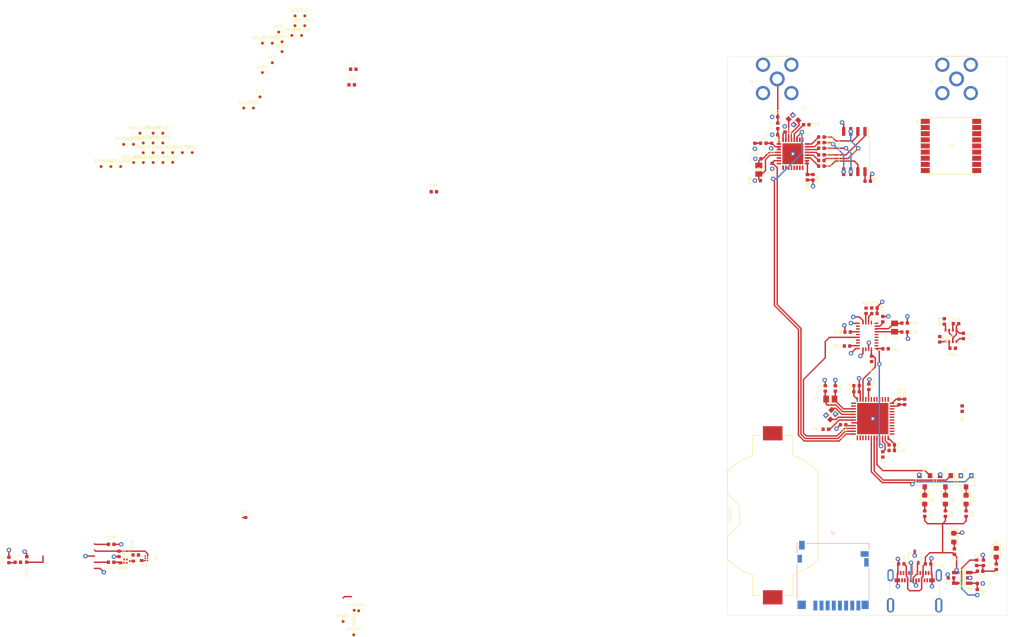
<source format=kicad_pcb>
(kicad_pcb (version 20171130) (host pcbnew "(5.1.6)-1")
  (layers (0 F.Cu signal) (31 B.Cu signal) (34 B.Paste user) (35 F.Paste user) (36 B.SilkS user) (37 F.SilkS user) (38 B.Mask user) (39 F.Mask user) (44 Edge.Cuts user))
  (net 0 "")
  (net 1 1PPS)
  (net 2 +3V3)
  (net 3 BOOT)
  (net 4 GND)
  (net 5 VDD)
  (net 6 "Net-(C3-Pad1)")
  (net 7 "Net-(C5-Pad2)")
  (net 8 X32_IN)
  (net 9 X32_OUT)
  (net 10 "Net-(C18-Pad1)")
  (net 11 "Net-(C21-Pad2)")
  (net 12 "Net-(C22-Pad2)")
  (net 13 "Net-(C25-Pad1)")
  (net 14 "Net-(C25-Pad2)")
  (net 15 "Net-(C27-Pad2)")
  (net 16 "Net-(C27-Pad1)")
  (net 17 "Net-(C29-Pad1)")
  (net 18 "Net-(C33-Pad1)")
  (net 19 XTAL_32_P)
  (net 20 XTAL_32_N)
  (net 21 "Net-(C40-Pad1)")
  (net 22 LNA)
  (net 23 CLK)
  (net 24 CMD)
  (net 25 VBAT)
  (net 26 D+)
  (net 27 D-)
  (net 28 "Net-(D2-Pad2)")
  (net 29 "Net-(D3-Pad1)")
  (net 30 "Net-(D3-Pad2)")
  (net 31 "Net-(D4-Pad1)")
  (net 32 "Net-(D4-Pad2)")
  (net 33 "Net-(D5-Pad1)")
  (net 34 "Net-(D5-Pad2)")
  (net 35 "Net-(D6-Pad2)")
  (net 36 DAT1)
  (net 37 DAT0)
  (net 38 DAT2)
  (net 39 DAT3)
  (net 40 EN)
  (net 41 ESP_RX)
  (net 42 EXP_TX)
  (net 43 "Net-(IC1-Pad3)")
  (net 44 "Net-(IC1-Pad5)")
  (net 45 "Net-(IC2-Pad6)")
  (net 46 "Net-(IC2-Pad8)")
  (net 47 MTMS)
  (net 48 MTDI)
  (net 49 MTCK)
  (net 50 MTDO)
  (net 51 "Net-(IC2-Pad14)")
  (net 52 "Net-(IC2-Pad15)")
  (net 53 "Net-(IC2-Pad16)")
  (net 54 "Net-(IC2-Pad19)")
  (net 55 "Net-(IC2-Pad20)")
  (net 56 "Net-(IC2-Pad21)")
  (net 57 "Net-(IC2-Pad22)")
  (net 58 "Net-(IC2-Pad23)")
  (net 59 "Net-(IC2-Pad24)")
  (net 60 "Net-(IC2-Pad25)")
  (net 61 "Net-(IC2-Pad26)")
  (net 62 "Net-(IC2-Pad28)")
  (net 63 XTAL_N)
  (net 64 XTAL_P)
  (net 65 INT)
  (net 66 "Net-(J1-PadS4)")
  (net 67 "Net-(J1-PadS3)")
  (net 68 "Net-(J1-PadS2)")
  (net 69 "Net-(J1-PadS1)")
  (net 70 "Net-(J1-PadB11)")
  (net 71 "Net-(J1-PadB10)")
  (net 72 "Net-(J1-PadB8)")
  (net 73 "Net-(J1-PadB5)")
  (net 74 "Net-(J1-PadB3)")
  (net 75 "Net-(J1-PadB2)")
  (net 76 "Net-(J1-PadA11)")
  (net 77 "Net-(J1-PadA10)")
  (net 78 "Net-(J1-PadA8)")
  (net 79 "Net-(J1-PadA5)")
  (net 80 "Net-(J1-PadA3)")
  (net 81 "Net-(J1-PadA2)")
  (net 82 "Net-(L2-Pad2)")
  (net 83 nRESET)
  (net 84 NRST)
  (net 85 LED1)
  (net 86 LED2)
  (net 87 LED3)
  (net 88 SDA_ALT)
  (net 89 SCL_ALT)
  (net 90 "Net-(R16-Pad1)")
  (net 91 SPIQ)
  (net 92 SPID)
  (net 93 SPICLK)
  (net 94 SPICSO)
  (net 95 SPIWP)
  (net 96 SPIHD)
  (net 97 "Net-(R25-Pad2)")
  (net 98 RX_GNSS)
  (net 99 SCL_GNSS)
  (net 100 SDA_GNSS)
  (net 101 SWCLK)
  (net 102 SWDIO)
  (net 103 SYS_RSTN)
  (net 104 TX_GNSS)
  (net 105 XOSC_IN)
  (net 106 XOSC_OUT)
  (net 107 WAKE-UP)
  (net 108 "Net-(U1-Pad25)")
  (net 109 "Net-(U1-Pad27)")
  (net 110 "Net-(U1-Pad45)")
  (net 111 "Net-(U2-Pad1)")
  (net 112 "Net-(U2-Pad24)")
  (net 113 "Net-(U2-Pad23)")
  (net 114 "Net-(U2-Pad22)")
  (net 115 "Net-(U2-Pad21)")
  (net 116 "Net-(U2-Pad7)")
  (net 117 "Net-(U2-Pad8)")
  (net 118 "Net-(U2-Pad10)")
  (net 119 "Net-(U2-Pad12)")
  (net 120 "Net-(U2-Pad13)")
  (net 121 "Net-(U2-Pad17)")
  (net 122 "Net-(U10-Pad1)")
  (module ASSETS:NX2012SA32768KSTDMUB1 (layer F.Cu) (at 137.9 85.5 270)
    (fp_text reference Y5 (at 1.9 0 180) (layer F.SilkS) (effects (font (size 0.5 0.5) (thickness 0.075))))
    (fp_text value NX2012SA-32.768K-STD-MUB-1 hide)
    (pad 2 smd rect (at 0.75 0 270) (size 1 1.25) (layers F.Cu F.Paste F.Mask) (net 11 "Net-(C21-Pad2)"))
    (pad 1 smd rect (at -0.75 0 270) (size 1 1.25) (layers F.Cu F.Paste F.Mask) (net 12 "Net-(C22-Pad2)"))
  )
  (module ASSETS:KL_Taper (layer F.Cu) (at -0.1 127.6 180)
    (fp_text reference U12 (at 0.25 -0.975) (layer F.SilkS) (effects (font (size 0.5 0.5) (thickness 0.075))))
    (fp_text value RF_Taper)
    (pad 1 smd rect (at 0.6 0 180) (size 0.5 0.5) (layers F.Cu) (net 16 "Net-(C27-Pad1)"))
    (pad 1 smd custom (at 0 0 180) (size 0.2 0.2) (layers F.Cu F.Paste F.Mask) (net 16 "Net-(C27-Pad1)") (options (clearance outline) (anchor rect)) (primitives (gr_poly (pts (xy -0.1 -0.1) (xy 0.1 -0.1) (xy 0.35 -0.25) (xy 0.85 -0.25) (xy 0.85 0.25) (xy 0.35 0.25) (xy 0.1 0.1) (xy -0.1 0.1)) (width 0))))
  )
  (module ASSETS:KL_Taper (layer F.Cu) (at 1.1 127.3)
    (fp_text reference U11 (at -0.1 -2 90) (layer F.SilkS) (effects (font (size 0.5 0.5) (thickness 0.075))))
    (fp_text value RF_Taper)
    (pad 1 smd rect (at 0.6 0) (size 0.5 0.5) (layers F.Cu) (net 122 "Net-(U10-Pad1)"))
    (pad 1 smd custom (at 0 0) (size 0.2 0.2) (layers F.Cu F.Paste F.Mask) (net 122 "Net-(U10-Pad1)") (options (clearance outline) (anchor rect)) (primitives (gr_poly (pts (xy -0.1 -0.1) (xy 0.1 -0.1) (xy 0.35 -0.25) (xy 0.85 -0.25) (xy 0.85 0.25) (xy 0.35 0.25) (xy 0.1 0.1) (xy -0.1 0.1)) (width 0))))
  )
  (module ASSETS:KL_Taper (layer F.Cu) (at 3.7 127.2 180)
    (fp_text reference U10 (at 0.25 -0.975) (layer F.SilkS) (effects (font (size 0.5 0.5) (thickness 0.075))))
    (fp_text value RF_Taper)
    (pad 1 smd rect (at 0.6 0 180) (size 0.5 0.5) (layers F.Cu) (net 122 "Net-(U10-Pad1)"))
    (pad 1 smd custom (at 0 0 180) (size 0.2 0.2) (layers F.Cu F.Paste F.Mask) (net 122 "Net-(U10-Pad1)") (options (clearance outline) (anchor rect)) (primitives (gr_poly (pts (xy -0.1 -0.1) (xy 0.1 -0.1) (xy 0.35 -0.25) (xy 0.85 -0.25) (xy 0.85 0.25) (xy 0.35 0.25) (xy 0.1 0.1) (xy -0.1 0.1)) (width 0))))
  )
  (module ASSETS:KL_Taper (layer F.Cu) (at 21.2 119.5)
    (fp_text reference U9 (at 0.25 -0.975) (layer F.SilkS) (effects (font (size 0.5 0.5) (thickness 0.075))))
    (fp_text value RF_Taper)
    (pad 1 smd rect (at 0.6 0) (size 0.5 0.5) (layers F.Cu) (net 82 "Net-(L2-Pad2)"))
    (pad 1 smd custom (at 0 0) (size 0.2 0.2) (layers F.Cu F.Paste F.Mask) (net 82 "Net-(L2-Pad2)") (options (clearance outline) (anchor rect)) (primitives (gr_poly (pts (xy -0.1 -0.1) (xy 0.1 -0.1) (xy 0.35 -0.25) (xy 0.85 -0.25) (xy 0.85 0.25) (xy 0.35 0.25) (xy 0.1 0.1) (xy -0.1 0.1)) (width 0))))
  )
  (module ASSETS:B4327 (layer F.Cu) (at 0.5 127.3 180)
    (fp_text reference U6 (at 0.216292 -1.204825) (layer F.SilkS) (effects (font (size 0.5 0.5) (thickness 0.075))))
    (fp_text value B4327)
    (pad 1 smd rect (at -0.525 0 180) (size 0.25 0.325) (layers F.Cu F.Paste F.Mask) (net 122 "Net-(U10-Pad1)"))
    (pad 2 smd rect (at -0.025 0.29 180) (size 0.25 0.325) (layers F.Cu F.Paste F.Mask) (net 4 GND))
    (pad 5 smd rect (at -0.03 -0.285 180) (size 0.25 0.325) (layers F.Cu F.Paste F.Mask) (net 4 GND))
    (pad 3 smd rect (at 0.48 0.29 180) (size 0.25 0.325) (layers F.Cu F.Paste F.Mask) (net 4 GND))
    (pad 4 smd rect (at 0.475 -0.285 180) (size 0.25 0.325) (layers F.Cu F.Paste F.Mask) (net 16 "Net-(C27-Pad1)"))
  )
  (module Package_DFN_QFN:QFN-48-1EP_7x7mm_P0.5mm_EP5.6x5.6mm (layer F.Cu) (at 134 101.8)
    (fp_text reference U1 (at -5.15 3.55) (layer F.SilkS) (effects (font (size 0.5 0.5) (thickness 0.075))))
    (fp_text value STM32F411CEUx)
    (pad 1 smd roundrect (at -3.4375 -2.75) (size 0.875 0.25) (layers F.Cu F.Paste F.Mask) (net 25 VBAT))
    (pad 2 smd roundrect (at -3.4375 -2.25) (size 0.875 0.25) (layers F.Cu F.Paste F.Mask) (net 4 GND))
    (pad 3 smd roundrect (at -3.4375 -1.75) (size 0.875 0.25) (layers F.Cu F.Paste F.Mask) (net 8 X32_IN))
    (pad 4 smd roundrect (at -3.4375 -1.25) (size 0.875 0.25) (layers F.Cu F.Paste F.Mask) (net 9 X32_OUT))
    (pad 5 smd roundrect (at -3.4375 -0.75) (size 0.875 0.25) (layers F.Cu F.Paste F.Mask) (net 105 XOSC_IN))
    (pad 6 smd roundrect (at -3.4375 -0.25) (size 0.875 0.25) (layers F.Cu F.Paste F.Mask) (net 106 XOSC_OUT))
    (pad 7 smd roundrect (at -3.4375 0.25) (size 0.875 0.25) (layers F.Cu F.Paste F.Mask) (net 84 NRST))
    (pad 8 smd roundrect (at -3.4375 0.75) (size 0.875 0.25) (layers F.Cu F.Paste F.Mask) (net 4 GND))
    (pad 9 smd roundrect (at -3.4375 1.25) (size 0.875 0.25) (layers F.Cu F.Paste F.Mask) (net 2 +3V3))
    (pad 10 smd roundrect (at -3.4375 1.75) (size 0.875 0.25) (layers F.Cu F.Paste F.Mask) (net 83 nRESET))
    (pad 11 smd roundrect (at -3.4375 2.25) (size 0.875 0.25) (layers F.Cu F.Paste F.Mask) (net 40 EN))
    (pad 12 smd roundrect (at -3.4375 2.75) (size 0.875 0.25) (layers F.Cu F.Paste F.Mask) (net 41 ESP_RX))
    (pad 13 smd roundrect (at -2.75 3.4375) (size 0.25 0.875) (layers F.Cu F.Paste F.Mask) (net 42 EXP_TX))
    (pad 14 smd roundrect (at -2.25 3.4375) (size 0.25 0.875) (layers F.Cu F.Paste F.Mask) (net 65 INT))
    (pad 15 smd roundrect (at -1.75 3.4375) (size 0.25 0.875) (layers F.Cu F.Paste F.Mask) (net 3 BOOT))
    (pad 16 smd roundrect (at -1.25 3.4375) (size 0.25 0.875) (layers F.Cu F.Paste F.Mask) (net 24 CMD))
    (pad 17 smd roundrect (at -0.75 3.4375) (size 0.25 0.875) (layers F.Cu F.Paste F.Mask) (net 107 WAKE-UP))
    (pad 18 smd roundrect (at -0.25 3.4375) (size 0.25 0.875) (layers F.Cu F.Paste F.Mask) (net 85 LED1))
    (pad 19 smd roundrect (at 0.25 3.4375) (size 0.25 0.875) (layers F.Cu F.Paste F.Mask) (net 86 LED2))
    (pad 20 smd roundrect (at 0.75 3.4375) (size 0.25 0.875) (layers F.Cu F.Paste F.Mask) (net 87 LED3))
    (pad 21 smd roundrect (at 1.25 3.4375) (size 0.25 0.875) (layers F.Cu F.Paste F.Mask) (net 89 SCL_ALT))
    (pad 22 smd roundrect (at 1.75 3.4375) (size 0.25 0.875) (layers F.Cu F.Paste F.Mask) (net 7 "Net-(C5-Pad2)"))
    (pad 23 smd roundrect (at 2.25 3.4375) (size 0.25 0.875) (layers F.Cu F.Paste F.Mask) (net 4 GND))
    (pad 24 smd roundrect (at 2.75 3.4375) (size 0.25 0.875) (layers F.Cu F.Paste F.Mask) (net 2 +3V3))
    (pad 25 smd roundrect (at 3.4375 2.75) (size 0.875 0.25) (layers F.Cu F.Paste F.Mask) (net 108 "Net-(U1-Pad25)"))
    (pad 26 smd roundrect (at 3.4375 2.25) (size 0.875 0.25) (layers F.Cu F.Paste F.Mask) (net 1 1PPS))
    (pad 27 smd roundrect (at 3.4375 1.75) (size 0.875 0.25) (layers F.Cu F.Paste F.Mask) (net 109 "Net-(U1-Pad27)"))
    (pad 28 smd roundrect (at 3.4375 1.25) (size 0.875 0.25) (layers F.Cu F.Paste F.Mask) (net 23 CLK))
    (pad 29 smd roundrect (at 3.4375 0.75) (size 0.875 0.25) (layers F.Cu F.Paste F.Mask) (net 36 DAT1))
    (pad 30 smd roundrect (at 3.4375 0.25) (size 0.875 0.25) (layers F.Cu F.Paste F.Mask) (net 38 DAT2))
    (pad 31 smd roundrect (at 3.4375 -0.25) (size 0.875 0.25) (layers F.Cu F.Paste F.Mask) (net 103 SYS_RSTN))
    (pad 32 smd roundrect (at 3.4375 -0.75) (size 0.875 0.25) (layers F.Cu F.Paste F.Mask) (net 26 D+))
    (pad 33 smd roundrect (at 3.4375 -1.25) (size 0.875 0.25) (layers F.Cu F.Paste F.Mask) (net 27 D-))
    (pad 34 smd roundrect (at 3.4375 -1.75) (size 0.875 0.25) (layers F.Cu F.Paste F.Mask) (net 102 SWDIO))
    (pad 35 smd roundrect (at 3.4375 -2.25) (size 0.875 0.25) (layers F.Cu F.Paste F.Mask) (net 4 GND))
    (pad 36 smd roundrect (at 3.4375 -2.75) (size 0.875 0.25) (layers F.Cu F.Paste F.Mask) (net 2 +3V3))
    (pad 37 smd roundrect (at 2.75 -3.4375) (size 0.25 0.875) (layers F.Cu F.Paste F.Mask) (net 101 SWCLK))
    (pad 38 smd roundrect (at 2.25 -3.4375) (size 0.25 0.875) (layers F.Cu F.Paste F.Mask) (net 98 RX_GNSS))
    (pad 39 smd roundrect (at 1.75 -3.4375) (size 0.25 0.875) (layers F.Cu F.Paste F.Mask) (net 104 TX_GNSS))
    (pad 40 smd roundrect (at 1.25 -3.4375) (size 0.25 0.875) (layers F.Cu F.Paste F.Mask) (net 37 DAT0))
    (pad 41 smd roundrect (at 0.75 -3.4375) (size 0.25 0.875) (layers F.Cu F.Paste F.Mask) (net 39 DAT3))
    (pad 42 smd roundrect (at 0.25 -3.4375) (size 0.25 0.875) (layers F.Cu F.Paste F.Mask) (net 99 SCL_GNSS))
    (pad 43 smd roundrect (at -0.25 -3.4375) (size 0.25 0.875) (layers F.Cu F.Paste F.Mask) (net 100 SDA_GNSS))
    (pad 44 smd roundrect (at -0.75 -3.4375) (size 0.25 0.875) (layers F.Cu F.Paste F.Mask) (net 2 +3V3))
    (pad 45 smd roundrect (at -1.25 -3.4375) (size 0.25 0.875) (layers F.Cu F.Paste F.Mask) (net 110 "Net-(U1-Pad45)"))
    (pad 46 smd roundrect (at -1.75 -3.4375) (size 0.25 0.875) (layers F.Cu F.Paste F.Mask) (net 88 SDA_ALT))
    (pad 47 smd roundrect (at -2.25 -3.4375) (size 0.25 0.875) (layers F.Cu F.Paste F.Mask) (net 4 GND))
    (pad 48 smd roundrect (at -2.75 -3.4375) (size 0.25 0.875) (layers F.Cu F.Paste F.Mask) (net 2 +3V3))
    (pad 49 smd rect (at 0 0) (size 5.6 5.6) (layers F.Cu F.Mask) (net 4 GND))
  )
  (module ASSETS:testpoint_0.3mm (layer F.Cu) (at -4.103771 56.686229)
    (fp_text reference 1PPS1 (at 0 -1) (layer F.SilkS) (effects (font (size 0.5 0.5) (thickness 0.075))))
    (fp_text value TestPoint)
    (pad 1 smd circle (at 0 0) (size 0.5 0.5) (layers F.Cu F.Paste F.Mask) (net 1 1PPS))
  )
  (module ASSETS:testpoint_0.3mm (layer F.Cu) (at 5.196229 54.216229)
    (fp_text reference 3.3V1 (at 0 -1) (layer F.SilkS) (effects (font (size 0.5 0.5) (thickness 0.075))))
    (fp_text value TestPoint)
    (pad 1 smd circle (at 0 0) (size 0.5 0.5) (layers F.Cu F.Paste F.Mask) (net 2 +3V3))
  )
  (module ASSETS:testpoint_0.3mm (layer F.Cu) (at 3.446229 54.216229)
    (fp_text reference BOOT1 (at 0 -1) (layer F.SilkS) (effects (font (size 0.5 0.5) (thickness 0.075))))
    (fp_text value TestPoint)
    (pad 1 smd circle (at 0 0) (size 0.5 0.5) (layers F.Cu F.Paste F.Mask) (net 3 BOOT))
  )
  (module Capacitor_SMD:C_0402_1005Metric (layer F.Cu) (at 153.8 127.6 90)
    (fp_text reference C1 (at -0.1 0.9 270) (layer F.SilkS) (effects (font (size 0.5 0.5) (thickness 0.075))))
    (fp_text value C)
    (pad 1 smd roundrect (at -0.485 0 90) (size 0.59 0.64) (layers F.Cu F.Paste F.Mask) (net 2 +3V3))
    (pad 2 smd roundrect (at 0.485 0 90) (size 0.59 0.64) (layers F.Cu F.Paste F.Mask) (net 4 GND))
  )
  (module Capacitor_SMD:C_0402_1005Metric (layer F.Cu) (at 139.1 127.8 180)
    (fp_text reference C2 (at 1.3 0 90) (layer F.SilkS) (effects (font (size 0.5 0.5) (thickness 0.075))))
    (fp_text value 100nF)
    (pad 2 smd roundrect (at 0.485 0 180) (size 0.59 0.64) (layers F.Cu F.Paste F.Mask) (net 4 GND))
    (pad 1 smd roundrect (at -0.485 0 180) (size 0.59 0.64) (layers F.Cu F.Paste F.Mask) (net 5 VDD))
  )
  (module Capacitor_SMD:C_0402_1005Metric (layer F.Cu) (at 153.2 131.3)
    (fp_text reference C3 (at 1.5 -0.1) (layer F.SilkS) (effects (font (size 0.5 0.5) (thickness 0.075))))
    (fp_text value C)
    (pad 2 smd roundrect (at 0.485 0) (size 0.59 0.64) (layers F.Cu F.Paste F.Mask) (net 4 GND))
    (pad 1 smd roundrect (at -0.485 0) (size 0.59 0.64) (layers F.Cu F.Paste F.Mask) (net 6 "Net-(C3-Pad1)"))
  )
  (module Capacitor_SMD:C_0402_1005Metric (layer F.Cu) (at 143.9 127.8)
    (fp_text reference C4 (at 1.3 0 90) (layer F.SilkS) (effects (font (size 0.5 0.5) (thickness 0.075))))
    (fp_text value 4.7uF)
    (pad 2 smd roundrect (at 0.485 0) (size 0.59 0.64) (layers F.Cu F.Paste F.Mask) (net 4 GND))
    (pad 1 smd roundrect (at -0.485 0) (size 0.59 0.64) (layers F.Cu F.Paste F.Mask) (net 5 VDD))
  )
  (module Capacitor_SMD:C_0402_1005Metric (layer F.Cu) (at 135.8 108.2 90)
    (fp_text reference C5 (at -1.3 0 180) (layer F.SilkS) (effects (font (size 0.5 0.5) (thickness 0.075))))
    (fp_text value 4.7uF)
    (pad 1 smd roundrect (at -0.485 0 90) (size 0.59 0.64) (layers F.Cu F.Paste F.Mask) (net 4 GND))
    (pad 2 smd roundrect (at 0.485 0 90) (size 0.59 0.64) (layers F.Cu F.Paste F.Mask) (net 7 "Net-(C5-Pad2)"))
  )
  (module Capacitor_SMD:C_0402_1005Metric (layer F.Cu) (at 150 100.015 270)
    (fp_text reference C6 (at 1.9 0 90) (layer F.SilkS) (effects (font (size 0.5 0.5) (thickness 0.075))))
    (fp_text value C)
    (pad 2 smd roundrect (at 0.485 0 270) (size 0.59 0.64) (layers F.Cu F.Paste F.Mask) (net 4 GND))
    (pad 1 smd roundrect (at -0.485 0 270) (size 0.59 0.64) (layers F.Cu F.Paste F.Mask) (net 2 +3V3))
  )
  (module Capacitor_SMD:C_0402_1005Metric (layer F.Cu) (at 131.1 97)
    (fp_text reference C7 (at -1.3 0 90) (layer F.SilkS) (effects (font (size 0.5 0.5) (thickness 0.075))))
    (fp_text value 1uF)
    (pad 1 smd roundrect (at -0.485 0) (size 0.59 0.64) (layers F.Cu F.Paste F.Mask) (net 2 +3V3))
    (pad 2 smd roundrect (at 0.485 0) (size 0.59 0.64) (layers F.Cu F.Paste F.Mask) (net 4 GND))
  )
  (module Capacitor_SMD:C_0402_1005Metric (layer F.Cu) (at 131.1 95.9)
    (fp_text reference C8 (at -1.3 0.1 90) (layer F.SilkS) (effects (font (size 0.5 0.5) (thickness 0.075))))
    (fp_text value 0.1nF)
    (pad 2 smd roundrect (at 0.485 0) (size 0.59 0.64) (layers F.Cu F.Paste F.Mask) (net 4 GND))
    (pad 1 smd roundrect (at -0.485 0) (size 0.59 0.64) (layers F.Cu F.Paste F.Mask) (net 2 +3V3))
  )
  (module Capacitor_SMD:C_0402_1005Metric (layer F.Cu) (at 137.4 106.5 180)
    (fp_text reference C9 (at -1.3 0 90) (layer F.SilkS) (effects (font (size 0.5 0.5) (thickness 0.075))))
    (fp_text value 1uF)
    (pad 2 smd roundrect (at 0.485 0 180) (size 0.59 0.64) (layers F.Cu F.Paste F.Mask) (net 4 GND))
    (pad 1 smd roundrect (at -0.485 0 180) (size 0.59 0.64) (layers F.Cu F.Paste F.Mask) (net 2 +3V3))
  )
  (module Capacitor_SMD:C_0402_1005Metric (layer F.Cu) (at 137.4 107.5 180)
    (fp_text reference C10 (at -1.7 0) (layer F.SilkS) (effects (font (size 0.5 0.5) (thickness 0.075))))
    (fp_text value 0.1nF)
    (pad 2 smd roundrect (at 0.485 0 180) (size 0.59 0.64) (layers F.Cu F.Paste F.Mask) (net 4 GND))
    (pad 1 smd roundrect (at -0.485 0 180) (size 0.59 0.64) (layers F.Cu F.Paste F.Mask) (net 2 +3V3))
  )
  (module Capacitor_SMD:C_0402_1005Metric (layer F.Cu) (at 127.3 96.4 270)
    (fp_text reference C11 (at 0 -0.9 90) (layer F.SilkS) (effects (font (size 0.5 0.5) (thickness 0.075))))
    (fp_text value C)
    (pad 1 smd roundrect (at -0.485 0 270) (size 0.59 0.64) (layers F.Cu F.Paste F.Mask) (net 4 GND))
    (pad 2 smd roundrect (at 0.485 0 270) (size 0.59 0.64) (layers F.Cu F.Paste F.Mask) (net 8 X32_IN))
  )
  (module Capacitor_SMD:C_0402_1005Metric (layer F.Cu) (at 125.5 96.4 270)
    (fp_text reference C12 (at 0 0.8 270) (layer F.SilkS) (effects (font (size 0.5 0.5) (thickness 0.075))))
    (fp_text value C)
    (pad 1 smd roundrect (at -0.485 0 270) (size 0.59 0.64) (layers F.Cu F.Paste F.Mask) (net 4 GND))
    (pad 2 smd roundrect (at 0.485 0 270) (size 0.59 0.64) (layers F.Cu F.Paste F.Mask) (net 9 X32_OUT))
  )
  (module Capacitor_SMD:C_0402_1005Metric (layer F.Cu) (at 138.7 98.8 270)
    (fp_text reference C13 (at -1.7 0 90) (layer F.SilkS) (effects (font (size 0.5 0.5) (thickness 0.075))))
    (fp_text value 1uF)
    (pad 1 smd roundrect (at -0.485 0 270) (size 0.59 0.64) (layers F.Cu F.Paste F.Mask) (net 2 +3V3))
    (pad 2 smd roundrect (at 0.485 0 270) (size 0.59 0.64) (layers F.Cu F.Paste F.Mask) (net 4 GND))
  )
  (module Capacitor_SMD:C_0402_1005Metric (layer F.Cu) (at 139.7 98.8 270)
    (fp_text reference C14 (at -1.7 0 90) (layer F.SilkS) (effects (font (size 0.5 0.5) (thickness 0.075))))
    (fp_text value 0.1nF)
    (pad 1 smd roundrect (at -0.485 0 270) (size 0.59 0.64) (layers F.Cu F.Paste F.Mask) (net 2 +3V3))
    (pad 2 smd roundrect (at 0.485 0 270) (size 0.59 0.64) (layers F.Cu F.Paste F.Mask) (net 4 GND))
  )
  (module Capacitor_SMD:C_0402_1005Metric (layer F.Cu) (at 133.3 96.1 90)
    (fp_text reference C15 (at 0.6 0.9 90) (layer F.SilkS) (effects (font (size 0.5 0.5) (thickness 0.075))))
    (fp_text value 1uF)
    (pad 1 smd roundrect (at -0.485 0 90) (size 0.59 0.64) (layers F.Cu F.Paste F.Mask) (net 2 +3V3))
    (pad 2 smd roundrect (at 0.485 0 90) (size 0.59 0.64) (layers F.Cu F.Paste F.Mask) (net 4 GND))
  )
  (module Capacitor_SMD:C_0402_1005Metric (layer F.Cu) (at 128.7 102.9 180)
    (fp_text reference C16 (at 0 -0.9) (layer F.SilkS) (effects (font (size 0.5 0.5) (thickness 0.075))))
    (fp_text value 0.1nF)
    (pad 1 smd roundrect (at -0.485 0 180) (size 0.59 0.64) (layers F.Cu F.Paste F.Mask) (net 2 +3V3))
    (pad 2 smd roundrect (at 0.485 0 180) (size 0.59 0.64) (layers F.Cu F.Paste F.Mask) (net 4 GND))
  )
  (module Capacitor_SMD:C_0402_1005Metric (layer F.Cu) (at 134.3 83)
    (fp_text reference C17 (at 0 0.8) (layer F.SilkS) (effects (font (size 0.5 0.5) (thickness 0.075))))
    (fp_text value 100nF)
    (pad 1 smd roundrect (at -0.485 0) (size 0.59 0.64) (layers F.Cu F.Paste F.Mask) (net 2 +3V3))
    (pad 2 smd roundrect (at 0.485 0) (size 0.59 0.64) (layers F.Cu F.Paste F.Mask) (net 4 GND))
  )
  (module Capacitor_SMD:C_0402_1005Metric (layer F.Cu) (at 129.5 86.3 180)
    (fp_text reference C18 (at 1.7 0) (layer F.SilkS) (effects (font (size 0.5 0.5) (thickness 0.075))))
    (fp_text value 100nF)
    (pad 1 smd roundrect (at -0.485 0 180) (size 0.59 0.64) (layers F.Cu F.Paste F.Mask) (net 10 "Net-(C18-Pad1)"))
    (pad 2 smd roundrect (at 0.485 0 180) (size 0.59 0.64) (layers F.Cu F.Paste F.Mask) (net 4 GND))
  )
  (module Capacitor_SMD:C_0402_1005Metric (layer F.Cu) (at 135.8 84 90)
    (fp_text reference C19 (at 1.7 0 90) (layer F.SilkS) (effects (font (size 0.5 0.5) (thickness 0.075))))
    (fp_text value 6.8nF)
    (pad 1 smd roundrect (at -0.485 0 90) (size 0.59 0.64) (layers F.Cu F.Paste F.Mask) (net 2 +3V3))
    (pad 2 smd roundrect (at 0.485 0 90) (size 0.59 0.64) (layers F.Cu F.Paste F.Mask) (net 4 GND))
  )
  (module Capacitor_SMD:C_0402_1005Metric (layer F.Cu) (at 134.3 82)
    (fp_text reference C20 (at 0 -0.8) (layer F.SilkS) (effects (font (size 0.5 0.5) (thickness 0.075))))
    (fp_text value 120nF)
    (pad 2 smd roundrect (at 0.485 0) (size 0.59 0.64) (layers F.Cu F.Paste F.Mask) (net 4 GND))
    (pad 1 smd roundrect (at -0.485 0) (size 0.59 0.64) (layers F.Cu F.Paste F.Mask) (net 2 +3V3))
  )
  (module Capacitor_SMD:C_0402_1005Metric (layer F.Cu) (at 139.7 86.3 180)
    (fp_text reference C21 (at -1.7 0) (layer F.SilkS) (effects (font (size 0.5 0.5) (thickness 0.075))))
    (fp_text value 22pF)
    (pad 2 smd roundrect (at 0.485 0 180) (size 0.59 0.64) (layers F.Cu F.Paste F.Mask) (net 11 "Net-(C21-Pad2)"))
    (pad 1 smd roundrect (at -0.485 0 180) (size 0.59 0.64) (layers F.Cu F.Paste F.Mask) (net 4 GND))
  )
  (module Capacitor_SMD:C_0402_1005Metric (layer F.Cu) (at 139.7 84.7 180)
    (fp_text reference C22 (at -1.7 0) (layer F.SilkS) (effects (font (size 0.5 0.5) (thickness 0.075))))
    (fp_text value 22pF)
    (pad 2 smd roundrect (at 0.485 0 180) (size 0.59 0.64) (layers F.Cu F.Paste F.Mask) (net 12 "Net-(C22-Pad2)"))
    (pad 1 smd roundrect (at -0.485 0 180) (size 0.59 0.64) (layers F.Cu F.Paste F.Mask) (net 4 GND))
  )
  (module Capacitor_SMD:C_0402_1005Metric (layer F.Cu) (at 148.9 84.8 180)
    (fp_text reference C23 (at 0 0.8 180) (layer F.SilkS) (effects (font (size 0.5 0.5) (thickness 0.075))))
    (fp_text value 120nF)
    (pad 2 smd roundrect (at 0.485 0 180) (size 0.59 0.64) (layers F.Cu F.Paste F.Mask) (net 4 GND))
    (pad 1 smd roundrect (at -0.485 0 180) (size 0.59 0.64) (layers F.Cu F.Paste F.Mask) (net 2 +3V3))
  )
  (module Capacitor_SMD:C_0402_1005Metric (layer F.Cu) (at 150.2 87 270)
    (fp_text reference C24 (at 0 -1.17 90) (layer F.SilkS) (effects (font (size 0.5 0.5) (thickness 0.075))))
    (fp_text value 120nF)
    (pad 2 smd roundrect (at 0.485 0 270) (size 0.59 0.64) (layers F.Cu F.Paste F.Mask) (net 4 GND))
    (pad 1 smd roundrect (at -0.485 0 270) (size 0.59 0.64) (layers F.Cu F.Paste F.Mask) (net 2 +3V3))
  )
  (module Capacitor_SMD:C_0402_1005Metric (layer F.Cu) (at 40.745001 42.065001)
    (fp_text reference C25 (at 0 -1.17) (layer F.SilkS) (effects (font (size 0.5 0.5) (thickness 0.075))))
    (fp_text value 120pF)
    (pad 1 smd roundrect (at -0.485 0) (size 0.59 0.64) (layers F.Cu F.Paste F.Mask) (net 13 "Net-(C25-Pad1)"))
    (pad 2 smd roundrect (at 0.485 0) (size 0.59 0.64) (layers F.Cu F.Paste F.Mask) (net 14 "Net-(C25-Pad2)"))
  )
  (module Capacitor_SMD:C_0402_1005Metric (layer F.Cu) (at 2.1 126.2 180)
    (fp_text reference C26 (at 0.6 1.9 270) (layer F.SilkS) (effects (font (size 0.5 0.5) (thickness 0.075))))
    (fp_text value 1nF)
    (pad 1 smd roundrect (at -0.485 0 180) (size 0.59 0.64) (layers F.Cu F.Paste F.Mask) (net 5 VDD))
    (pad 2 smd roundrect (at 0.485 0 180) (size 0.59 0.64) (layers F.Cu F.Paste F.Mask) (net 4 GND))
  )
  (module Capacitor_SMD:C_0402_1005Metric (layer F.Cu) (at -2.315 127.5 180)
    (fp_text reference C27 (at -0.015 -0.9) (layer F.SilkS) (effects (font (size 0.5 0.5) (thickness 0.075))))
    (fp_text value 120pF)
    (pad 2 smd roundrect (at 0.485 0 180) (size 0.59 0.64) (layers F.Cu F.Paste F.Mask) (net 15 "Net-(C27-Pad2)"))
    (pad 1 smd roundrect (at -0.485 0 180) (size 0.59 0.64) (layers F.Cu F.Paste F.Mask) (net 16 "Net-(C27-Pad1)"))
  )
  (module Capacitor_SMD:C_0402_1005Metric (layer F.Cu) (at -2.3 124.3)
    (fp_text reference C28 (at 0 -1.17) (layer F.SilkS) (effects (font (size 0.5 0.5) (thickness 0.075))))
    (fp_text value 56pF)
    (pad 2 smd roundrect (at 0.485 0) (size 0.59 0.64) (layers F.Cu F.Paste F.Mask) (net 4 GND))
    (pad 1 smd roundrect (at -0.485 0) (size 0.59 0.64) (layers F.Cu F.Paste F.Mask) (net 5 VDD))
  )
  (module Capacitor_SMD:C_0402_1005Metric (layer F.Cu) (at -17.4 127 90)
    (fp_text reference C29 (at -2.4 0 270) (layer F.SilkS) (effects (font (size 0.5 0.5) (thickness 0.075))))
    (fp_text value 56pF)
    (pad 1 smd roundrect (at -0.485 0 90) (size 0.59 0.64) (layers F.Cu F.Paste F.Mask) (net 17 "Net-(C29-Pad1)"))
    (pad 2 smd roundrect (at 0.485 0 90) (size 0.59 0.64) (layers F.Cu F.Paste F.Mask) (net 4 GND))
  )
  (module Capacitor_SMD:C_0402_1005Metric (layer F.Cu) (at -20.6 127.1 90)
    (fp_text reference C30 (at 0 -1.17 90) (layer F.SilkS) (effects (font (size 0.5 0.5) (thickness 0.075))))
    (fp_text value 56pF)
    (pad 2 smd roundrect (at 0.485 0 90) (size 0.59 0.64) (layers F.Cu F.Paste F.Mask) (net 4 GND))
    (pad 1 smd roundrect (at -0.485 0 90) (size 0.59 0.64) (layers F.Cu F.Paste F.Mask) (net 2 +3V3))
  )
  (module Capacitor_SMD:C_0402_1005Metric (layer F.Cu) (at 118.3 50 90)
    (fp_text reference C31 (at -0.3 0.9 270) (layer F.SilkS) (effects (font (size 0.5 0.5) (thickness 0.075))))
    (fp_text value 10uF)
    (pad 1 smd roundrect (at -0.485 0 90) (size 0.59 0.64) (layers F.Cu F.Paste F.Mask) (net 2 +3V3))
    (pad 2 smd roundrect (at 0.485 0 90) (size 0.59 0.64) (layers F.Cu F.Paste F.Mask) (net 4 GND))
  )
  (module Capacitor_SMD:C_0402_1005Metric (layer F.Cu) (at 112.9 53 270)
    (fp_text reference C32 (at 1.3 0) (layer F.SilkS) (effects (font (size 0.5 0.5) (thickness 0.075))))
    (fp_text value 0.1uF)
    (pad 2 smd roundrect (at 0.485 0 270) (size 0.59 0.64) (layers F.Cu F.Paste F.Mask) (net 4 GND))
    (pad 1 smd roundrect (at -0.485 0 270) (size 0.59 0.64) (layers F.Cu F.Paste F.Mask) (net 2 +3V3))
  )
  (module Capacitor_SMD:C_0402_1005Metric (layer F.Cu) (at 115.9 53 270)
    (fp_text reference C33 (at 1.3 0.1 180) (layer F.SilkS) (effects (font (size 0.5 0.5) (thickness 0.075))))
    (fp_text value 0.1uF)
    (pad 1 smd roundrect (at -0.485 0 270) (size 0.59 0.64) (layers F.Cu F.Paste F.Mask) (net 18 "Net-(C33-Pad1)"))
    (pad 2 smd roundrect (at 0.485 0 270) (size 0.59 0.64) (layers F.Cu F.Paste F.Mask) (net 4 GND))
  )
  (module Capacitor_SMD:C_0402_1005Metric (layer F.Cu) (at 55.455001 61.195001)
    (fp_text reference C34 (at 0 -1.17) (layer F.SilkS) (effects (font (size 0.5 0.5) (thickness 0.075))))
    (fp_text value 0.1uF)
    (pad 2 smd roundrect (at 0.485 0) (size 0.59 0.64) (layers F.Cu F.Paste F.Mask) (net 4 GND))
    (pad 1 smd roundrect (at -0.485 0) (size 0.59 0.64) (layers F.Cu F.Paste F.Mask) (net 2 +3V3))
  )
  (module Capacitor_SMD:C_0402_1005Metric (layer F.Cu) (at 122.3 58.6 270)
    (fp_text reference C35 (at 1.7 0 90) (layer F.SilkS) (effects (font (size 0.5 0.5) (thickness 0.075))))
    (fp_text value 0.1uF)
    (pad 1 smd roundrect (at -0.485 0 270) (size 0.59 0.64) (layers F.Cu F.Paste F.Mask) (net 2 +3V3))
    (pad 2 smd roundrect (at 0.485 0 270) (size 0.59 0.64) (layers F.Cu F.Paste F.Mask) (net 4 GND))
  )
  (module Capacitor_SMD:C_0402_1005Metric (layer F.Cu) (at 123.3 58.6 270)
    (fp_text reference C36 (at 0.4 -0.8 90) (layer F.SilkS) (effects (font (size 0.5 0.5) (thickness 0.075))))
    (fp_text value 1uF)
    (pad 2 smd roundrect (at 0.485 0 270) (size 0.59 0.64) (layers F.Cu F.Paste F.Mask) (net 4 GND))
    (pad 1 smd roundrect (at -0.485 0 270) (size 0.59 0.64) (layers F.Cu F.Paste F.Mask) (net 2 +3V3))
  )
  (module Capacitor_SMD:C_0402_1005Metric (layer F.Cu) (at 113.5 55.3)
    (fp_text reference C37 (at -1.4 0 270) (layer F.SilkS) (effects (font (size 0.5 0.5) (thickness 0.075))))
    (fp_text value 20pF)
    (pad 2 smd roundrect (at 0.485 0) (size 0.59 0.64) (layers F.Cu F.Paste F.Mask) (net 19 XTAL_32_P))
    (pad 1 smd roundrect (at -0.485 0) (size 0.59 0.64) (layers F.Cu F.Paste F.Mask) (net 4 GND))
  )
  (module Capacitor_SMD:C_0402_1005Metric (layer F.Cu) (at 113.4 59.2)
    (fp_text reference C38 (at -1.4 0 270) (layer F.SilkS) (effects (font (size 0.5 0.5) (thickness 0.075))))
    (fp_text value 20pF)
    (pad 1 smd roundrect (at -0.485 0) (size 0.59 0.64) (layers F.Cu F.Paste F.Mask) (net 4 GND))
    (pad 2 smd roundrect (at 0.485 0) (size 0.59 0.64) (layers F.Cu F.Paste F.Mask) (net 20 XTAL_32_N))
  )
  (module Capacitor_SMD:C_0402_1005Metric (layer F.Cu) (at 133.1 59.3)
    (fp_text reference C39 (at 1.3 0 90) (layer F.SilkS) (effects (font (size 0.5 0.5) (thickness 0.075))))
    (fp_text value 0.1uF)
    (pad 1 smd roundrect (at -0.485 0) (size 0.59 0.64) (layers F.Cu F.Paste F.Mask) (net 2 +3V3))
    (pad 2 smd roundrect (at 0.485 0) (size 0.59 0.64) (layers F.Cu F.Paste F.Mask) (net 4 GND))
  )
  (module Capacitor_SMD:C_0402_1005Metric (layer F.Cu) (at 116.5 47.8 180)
    (fp_text reference C40 (at 0 0.9) (layer F.SilkS) (effects (font (size 0.5 0.5) (thickness 0.075))))
    (fp_text value 2.4pF)
    (pad 2 smd roundrect (at 0.485 0 180) (size 0.59 0.64) (layers F.Cu F.Paste F.Mask) (net 4 GND))
    (pad 1 smd roundrect (at -0.485 0 180) (size 0.59 0.64) (layers F.Cu F.Paste F.Mask) (net 21 "Net-(C40-Pad1)"))
  )
  (module Capacitor_SMD:C_0402_1005Metric (layer F.Cu) (at 117 49.4 90)
    (fp_text reference C41 (at 0 -1.17 90) (layer F.SilkS) (effects (font (size 0.5 0.5) (thickness 0.075))))
    (fp_text value 3.9pF)
    (pad 1 smd roundrect (at -0.485 0 90) (size 0.59 0.64) (layers F.Cu F.Paste F.Mask) (net 22 LNA))
    (pad 2 smd roundrect (at 0.485 0 90) (size 0.59 0.64) (layers F.Cu F.Paste F.Mask) (net 21 "Net-(C40-Pad1)"))
  )
  (module ASSETS:testpoint_0.3mm (layer F.Cu) (at 6.966229 55.966229)
    (fp_text reference CLK1 (at 0 -1) (layer F.SilkS) (effects (font (size 0.5 0.5) (thickness 0.075))))
    (fp_text value TestPoint)
    (pad 1 smd circle (at 0 0) (size 0.5 0.5) (layers F.Cu F.Paste F.Mask) (net 23 CLK))
  )
  (module ASSETS:testpoint_0.3mm (layer F.Cu) (at 8.696229 54.186229)
    (fp_text reference CMD1 (at 0 -1) (layer F.SilkS) (effects (font (size 0.5 0.5) (thickness 0.075))))
    (fp_text value TestPoint)
    (pad 1 smd circle (at 0 0) (size 0.5 0.5) (layers F.Cu F.Paste F.Mask) (net 24 CMD))
  )
  (module Battery:BatteryHolder_Keystone_1058_1x2032 (layer F.Cu) (at 116.1 119.1 270)
    (fp_text reference CR2023 (at 0 7.62 90) (layer F.SilkS) (effects (font (size 0.5 0.5) (thickness 0.075))))
    (fp_text value Conn_01x02)
    (pad 1 smd rect (at -14.68 0 270) (size 2.54 3.51) (layers F.Cu F.Paste F.Mask) (net 25 VBAT))
    (pad 2 smd rect (at 14.68 0 270) (size 2.54 3.51) (layers F.Cu F.Paste F.Mask) (net 4 GND))
  )
  (module Package_TO_SOT_SMD:SOT-323_SC-70 (layer F.Cu) (at 141.5 126.6 90)
    (fp_text reference D1 (at -0.05 -1.95 90) (layer F.SilkS) (effects (font (size 0.5 0.5) (thickness 0.075))))
    (fp_text value SP0502BAJT)
    (pad 1 smd rect (at -1 -0.65) (size 0.45 0.7) (layers F.Cu F.Paste F.Mask) (net 26 D+))
    (pad 2 smd rect (at -1 0.65) (size 0.45 0.7) (layers F.Cu F.Paste F.Mask) (net 27 D-))
    (pad 3 smd rect (at 1 0) (size 0.45 0.7) (layers F.Cu F.Paste F.Mask) (net 4 GND))
  )
  (module LED_SMD:LED_0603_1608Metric (layer F.Cu) (at 148.5 123.1 270)
    (fp_text reference D2 (at -1.9 0 180) (layer F.SilkS) (effects (font (size 0.5 0.5) (thickness 0.075))))
    (fp_text value LED)
    (pad 2 smd roundrect (at 0.7875 0 270) (size 0.875 0.95) (layers F.Cu F.Paste F.Mask) (net 28 "Net-(D2-Pad2)"))
    (pad 1 smd roundrect (at -0.7875 0 270) (size 0.875 0.95) (layers F.Cu F.Paste F.Mask) (net 4 GND))
  )
  (module LED_SMD:LED_0603_1608Metric (layer F.Cu) (at 150.7 116.3 270)
    (fp_text reference D3 (at 0 -1.43 90) (layer F.SilkS) (effects (font (size 0.5 0.5) (thickness 0.075))))
    (fp_text value LED)
    (pad 1 smd roundrect (at -0.7875 0 270) (size 0.875 0.95) (layers F.Cu F.Paste F.Mask) (net 29 "Net-(D3-Pad1)"))
    (pad 2 smd roundrect (at 0.7875 0 270) (size 0.875 0.95) (layers F.Cu F.Paste F.Mask) (net 30 "Net-(D3-Pad2)"))
  )
  (module LED_SMD:LED_0603_1608Metric (layer F.Cu) (at 147 116.3 270)
    (fp_text reference D4 (at 0 -1.43 90) (layer F.SilkS) (effects (font (size 0.5 0.5) (thickness 0.075))))
    (fp_text value LED)
    (pad 1 smd roundrect (at -0.7875 0 270) (size 0.875 0.95) (layers F.Cu F.Paste F.Mask) (net 31 "Net-(D4-Pad1)"))
    (pad 2 smd roundrect (at 0.7875 0 270) (size 0.875 0.95) (layers F.Cu F.Paste F.Mask) (net 32 "Net-(D4-Pad2)"))
  )
  (module LED_SMD:LED_0603_1608Metric (layer F.Cu) (at 143.3 116.3 270)
    (fp_text reference D5 (at 0 -1.43 90) (layer F.SilkS) (effects (font (size 0.5 0.5) (thickness 0.075))))
    (fp_text value LED)
    (pad 1 smd roundrect (at -0.7875 0 270) (size 0.875 0.95) (layers F.Cu F.Paste F.Mask) (net 33 "Net-(D5-Pad1)"))
    (pad 2 smd roundrect (at 0.7875 0 270) (size 0.875 0.95) (layers F.Cu F.Paste F.Mask) (net 34 "Net-(D5-Pad2)"))
  )
  (module LED_SMD:LED_0603_1608Metric (layer F.Cu) (at 156.1 125.8 270)
    (fp_text reference D6 (at -1.9 0 180) (layer F.SilkS) (effects (font (size 0.5 0.5) (thickness 0.075))))
    (fp_text value LED)
    (pad 2 smd roundrect (at 0.7875 0 270) (size 0.875 0.95) (layers F.Cu F.Paste F.Mask) (net 35 "Net-(D6-Pad2)"))
    (pad 1 smd roundrect (at -0.7875 0 270) (size 0.875 0.95) (layers F.Cu F.Paste F.Mask) (net 4 GND))
  )
  (module ASSETS:testpoint_0.3mm (layer F.Cu) (at 32.346229 29.726229)
    (fp_text reference D+1 (at 0 -1) (layer F.SilkS) (effects (font (size 0.5 0.5) (thickness 0.075))))
    (fp_text value TestPoint)
    (pad 1 smd circle (at 0 0) (size 0.5 0.5) (layers F.Cu F.Paste F.Mask) (net 26 D+))
  )
  (module ASSETS:testpoint_0.3mm (layer F.Cu) (at 24.326229 44.226229)
    (fp_text reference D-1 (at 0 -1) (layer F.SilkS) (effects (font (size 0.5 0.5) (thickness 0.075))))
    (fp_text value TestPoint)
    (pad 1 smd circle (at 0 0) (size 0.5 0.5) (layers F.Cu F.Paste F.Mask) (net 27 D-))
  )
  (module ASSETS:testpoint_0.3mm (layer F.Cu) (at 30.596229 29.726229)
    (fp_text reference DAT0 (at 0 -1) (layer F.SilkS) (effects (font (size 0.5 0.5) (thickness 0.075))))
    (fp_text value TestPoint)
    (pad 1 smd circle (at 0 0) (size 0.5 0.5) (layers F.Cu F.Paste F.Mask) (net 36 DAT1))
  )
  (module ASSETS:testpoint_0.3mm (layer F.Cu) (at 27.686229 32.616229)
    (fp_text reference DAT1 (at 0 -1) (layer F.SilkS) (effects (font (size 0.5 0.5) (thickness 0.075))))
    (fp_text value TestPoint)
    (pad 1 smd circle (at 0 0) (size 0.5 0.5) (layers F.Cu F.Paste F.Mask) (net 37 DAT0))
  )
  (module ASSETS:testpoint_0.3mm (layer F.Cu) (at 6.946229 54.216229)
    (fp_text reference DAT2 (at 0 -1) (layer F.SilkS) (effects (font (size 0.5 0.5) (thickness 0.075))))
    (fp_text value TestPoint)
    (pad 1 smd circle (at 0 0) (size 0.5 0.5) (layers F.Cu F.Paste F.Mask) (net 38 DAT2))
  )
  (module ASSETS:testpoint_0.3mm (layer F.Cu) (at 5.216229 55.966229)
    (fp_text reference DAT3 (at 0 -1) (layer F.SilkS) (effects (font (size 0.5 0.5) (thickness 0.075))))
    (fp_text value TestPoint)
    (pad 1 smd circle (at 0 0) (size 0.5 0.5) (layers F.Cu F.Paste F.Mask) (net 39 DAT3))
  )
  (module ASSETS:testpoint_0.3mm (layer F.Cu) (at 30.596229 31.476229)
    (fp_text reference EN1 (at 0 -1) (layer F.SilkS) (effects (font (size 0.5 0.5) (thickness 0.075))))
    (fp_text value TestPoint)
    (pad 1 smd circle (at 0 0) (size 0.5 0.5) (layers F.Cu F.Paste F.Mask) (net 40 EN))
  )
  (module ASSETS:testpoint_0.3mm (layer F.Cu) (at 32.346229 31.476229)
    (fp_text reference ESP_RX1 (at 0 -1) (layer F.SilkS) (effects (font (size 0.5 0.5) (thickness 0.075))))
    (fp_text value TestPoint)
    (pad 1 smd circle (at 0 0) (size 0.5 0.5) (layers F.Cu F.Paste F.Mask) (net 41 ESP_RX))
  )
  (module ASSETS:testpoint_0.3mm (layer F.Cu) (at 10.446229 54.186229)
    (fp_text reference ESP_TX1 (at 0 -1) (layer F.SilkS) (effects (font (size 0.5 0.5) (thickness 0.075))))
    (fp_text value TestPoint)
    (pad 1 smd circle (at 0 0) (size 0.5 0.5) (layers F.Cu F.Paste F.Mask) (net 42 EXP_TX))
  )
  (module ASSETS:testpoint_0.3mm (layer F.Cu) (at 8.716229 55.936229)
    (fp_text reference GND1 (at 0 -1) (layer F.SilkS) (effects (font (size 0.5 0.5) (thickness 0.075))))
    (fp_text value TestPoint)
    (pad 1 smd circle (at 0 0) (size 0.5 0.5) (layers F.Cu F.Paste F.Mask) (net 4 GND))
  )
  (module ASSETS:testpoint_0.3mm (layer F.Cu) (at 24.776229 39.856229)
    (fp_text reference GND2 (at 0 -1) (layer F.SilkS) (effects (font (size 0.5 0.5) (thickness 0.075))))
    (fp_text value TestPoint)
    (pad 1 smd circle (at 0 0) (size 0.5 0.5) (layers F.Cu F.Paste F.Mask) (net 4 GND))
  )
  (module ASSETS:SOT95P280X110-5N (layer F.Cu) (at 150 130.3 180)
    (fp_text reference IC1 (at 1.6 2.2) (layer F.SilkS) (effects (font (size 0.5 0.5) (thickness 0.075))))
    (fp_text value ST1S12GR hide)
    (pad 1 smd rect (at -1.25 -0.95 270) (size 0.6 1.15) (layers F.Cu F.Paste F.Mask) (net 6 "Net-(C3-Pad1)"))
    (pad 2 smd rect (at -1.25 0 270) (size 0.6 1.15) (layers F.Cu F.Paste F.Mask) (net 4 GND))
    (pad 3 smd rect (at -1.25 0.95 270) (size 0.6 1.15) (layers F.Cu F.Paste F.Mask) (net 43 "Net-(IC1-Pad3)"))
    (pad 4 smd rect (at 1.25 0.95 270) (size 0.6 1.15) (layers F.Cu F.Paste F.Mask) (net 5 VDD))
    (pad 5 smd rect (at 1.25 -0.95 270) (size 0.6 1.15) (layers F.Cu F.Paste F.Mask) (net 44 "Net-(IC1-Pad5)"))
  )
  (module ASSETS:QFN50P500X500X90-33N-D (layer F.Cu) (at 119.7 54.4)
    (fp_text reference IC2 (at 2.7 -3.5) (layer F.SilkS) (effects (font (size 0.5 0.5) (thickness 0.075))))
    (fp_text value ESP32-C3 hide)
    (pad 1 smd rect (at -2.5 -1.75 90) (size 0.3 0.8) (layers F.Cu F.Paste F.Mask) (net 22 LNA))
    (pad 2 smd rect (at -2.5 -1.25 90) (size 0.3 0.8) (layers F.Cu F.Paste F.Mask) (net 18 "Net-(C33-Pad1)"))
    (pad 3 smd rect (at -2.5 -0.75 90) (size 0.3 0.8) (layers F.Cu F.Paste F.Mask) (net 18 "Net-(C33-Pad1)"))
    (pad 4 smd rect (at -2.5 -0.25 90) (size 0.3 0.8) (layers F.Cu F.Paste F.Mask) (net 19 XTAL_32_P))
    (pad 5 smd rect (at -2.5 0.25 90) (size 0.3 0.8) (layers F.Cu F.Paste F.Mask) (net 20 XTAL_32_N))
    (pad 6 smd rect (at -2.5 0.75 90) (size 0.3 0.8) (layers F.Cu F.Paste F.Mask) (net 45 "Net-(IC2-Pad6)"))
    (pad 7 smd rect (at -2.5 1.25 90) (size 0.3 0.8) (layers F.Cu F.Paste F.Mask) (net 40 EN))
    (pad 8 smd rect (at -2.5 1.75 90) (size 0.3 0.8) (layers F.Cu F.Paste F.Mask) (net 46 "Net-(IC2-Pad8)"))
    (pad 9 smd rect (at -1.75 2.5) (size 0.3 0.8) (layers F.Cu F.Paste F.Mask) (net 47 MTMS))
    (pad 10 smd rect (at -1.25 2.5) (size 0.3 0.8) (layers F.Cu F.Paste F.Mask) (net 48 MTDI))
    (pad 11 smd rect (at -0.75 2.5) (size 0.3 0.8) (layers F.Cu F.Paste F.Mask) (net 2 +3V3))
    (pad 12 smd rect (at -0.25 2.5) (size 0.3 0.8) (layers F.Cu F.Paste F.Mask) (net 49 MTCK))
    (pad 13 smd rect (at 0.25 2.5) (size 0.3 0.8) (layers F.Cu F.Paste F.Mask) (net 50 MTDO))
    (pad 14 smd rect (at 0.75 2.5) (size 0.3 0.8) (layers F.Cu F.Paste F.Mask) (net 51 "Net-(IC2-Pad14)"))
    (pad 15 smd rect (at 1.25 2.5) (size 0.3 0.8) (layers F.Cu F.Paste F.Mask) (net 52 "Net-(IC2-Pad15)"))
    (pad 16 smd rect (at 1.75 2.5) (size 0.3 0.8) (layers F.Cu F.Paste F.Mask) (net 53 "Net-(IC2-Pad16)"))
    (pad 17 smd rect (at 2.5 1.75 90) (size 0.3 0.8) (layers F.Cu F.Paste F.Mask) (net 2 +3V3))
    (pad 18 smd rect (at 2.5 1.25 90) (size 0.3 0.8) (layers F.Cu F.Paste F.Mask) (net 2 +3V3))
    (pad 19 smd rect (at 2.5 0.75 90) (size 0.3 0.8) (layers F.Cu F.Paste F.Mask) (net 54 "Net-(IC2-Pad19)"))
    (pad 20 smd rect (at 2.5 0.25 90) (size 0.3 0.8) (layers F.Cu F.Paste F.Mask) (net 55 "Net-(IC2-Pad20)"))
    (pad 21 smd rect (at 2.5 -0.25 90) (size 0.3 0.8) (layers F.Cu F.Paste F.Mask) (net 56 "Net-(IC2-Pad21)"))
    (pad 22 smd rect (at 2.5 -0.75 90) (size 0.3 0.8) (layers F.Cu F.Paste F.Mask) (net 57 "Net-(IC2-Pad22)"))
    (pad 23 smd rect (at 2.5 -1.25 90) (size 0.3 0.8) (layers F.Cu F.Paste F.Mask) (net 58 "Net-(IC2-Pad23)"))
    (pad 24 smd rect (at 2.5 -1.75 90) (size 0.3 0.8) (layers F.Cu F.Paste F.Mask) (net 59 "Net-(IC2-Pad24)"))
    (pad 25 smd rect (at 1.75 -2.5) (size 0.3 0.8) (layers F.Cu F.Paste F.Mask) (net 60 "Net-(IC2-Pad25)"))
    (pad 26 smd rect (at 1.25 -2.5) (size 0.3 0.8) (layers F.Cu F.Paste F.Mask) (net 61 "Net-(IC2-Pad26)"))
    (pad 27 smd rect (at 0.75 -2.5) (size 0.3 0.8) (layers F.Cu F.Paste F.Mask) (net 41 ESP_RX))
    (pad 28 smd rect (at 0.25 -2.5) (size 0.3 0.8) (layers F.Cu F.Paste F.Mask) (net 62 "Net-(IC2-Pad28)"))
    (pad 29 smd rect (at -0.25 -2.5) (size 0.3 0.8) (layers F.Cu F.Paste F.Mask) (net 63 XTAL_N))
    (pad 30 smd rect (at -0.75 -2.5) (size 0.3 0.8) (layers F.Cu F.Paste F.Mask) (net 64 XTAL_P))
    (pad 31 smd rect (at -1.25 -2.5) (size 0.3 0.8) (layers F.Cu F.Paste F.Mask) (net 2 +3V3))
    (pad 32 smd rect (at -1.75 -2.5) (size 0.3 0.8) (layers F.Cu F.Paste F.Mask) (net 2 +3V3))
    (pad 33 smd rect (at 0 0) (size 3.75 3.75) (layers F.Cu F.Paste F.Mask) (net 4 GND))
  )
  (module ASSETS:testpoint_0.3mm (layer F.Cu) (at 26.526229 38.106229)
    (fp_text reference INT1 (at 0 -1) (layer F.SilkS) (effects (font (size 0.5 0.5) (thickness 0.075))))
    (fp_text value TestPoint)
    (pad 1 smd circle (at 0 0) (size 0.5 0.5) (layers F.Cu F.Paste F.Mask) (net 65 INT))
  )
  (module ASSETS:MOLEX_105450-0101 (layer F.Cu) (at 141.5 133.2)
    (fp_text reference J1 (at 4.9 -5.1) (layer F.SilkS) (effects (font (size 0.5 0.5) (thickness 0.075))))
    (fp_text value USB_SMD_105450-0101)
    (pad S4 thru_hole oval (at 4.32 2) (size 1.3 2.6) (drill oval 0.6 2.1) (layers *.Cu *.Mask) (net 66 "Net-(J1-PadS4)"))
    (pad S3 thru_hole oval (at -4.32 2) (size 1.3 2.6) (drill oval 0.6 2.1) (layers *.Cu *.Mask) (net 67 "Net-(J1-PadS3)"))
    (pad S2 thru_hole oval (at 4.32 -3.36) (size 1.1 2.2) (drill oval 0.6 1.6) (layers *.Cu *.Mask) (net 68 "Net-(J1-PadS2)"))
    (pad S1 thru_hole oval (at -4.32 -3.36) (size 1.1 2.2) (drill oval 0.6 1.6) (layers *.Cu *.Mask) (net 69 "Net-(J1-PadS1)"))
    (pad B12 smd rect (at -3.1 -2.47) (size 1 0.7) (layers F.Cu F.Paste F.Mask) (net 4 GND))
    (pad B11 smd rect (at -2.25 -2.47) (size 0.3 0.7) (layers F.Cu F.Paste F.Mask) (net 70 "Net-(J1-PadB11)"))
    (pad B10 smd rect (at -1.75 -2.47) (size 0.3 0.7) (layers F.Cu F.Paste F.Mask) (net 71 "Net-(J1-PadB10)"))
    (pad B9 smd rect (at -1.25 -2.47) (size 0.3 0.7) (layers F.Cu F.Paste F.Mask) (net 5 VDD))
    (pad B8 smd rect (at -0.75 -2.47) (size 0.3 0.7) (layers F.Cu F.Paste F.Mask) (net 72 "Net-(J1-PadB8)"))
    (pad B7 smd rect (at -0.25 -2.47) (size 0.3 0.7) (layers F.Cu F.Paste F.Mask) (net 27 D-))
    (pad B6 smd rect (at 0.25 -2.47) (size 0.3 0.7) (layers F.Cu F.Paste F.Mask) (net 26 D+))
    (pad B5 smd rect (at 0.75 -2.47) (size 0.3 0.7) (layers F.Cu F.Paste F.Mask) (net 73 "Net-(J1-PadB5)"))
    (pad B4 smd rect (at 1.25 -2.47) (size 0.3 0.7) (layers F.Cu F.Paste F.Mask) (net 5 VDD))
    (pad B3 smd rect (at 1.75 -2.47) (size 0.3 0.7) (layers F.Cu F.Paste F.Mask) (net 74 "Net-(J1-PadB3)"))
    (pad B2 smd rect (at 2.25 -2.47) (size 0.3 0.7) (layers F.Cu F.Paste F.Mask) (net 75 "Net-(J1-PadB2)"))
    (pad B1 smd rect (at 3.1 -2.47) (size 1 0.7) (layers F.Cu F.Paste F.Mask) (net 4 GND))
    (pad A12 smd rect (at 3 -3.77) (size 0.3 0.7) (layers F.Cu F.Paste F.Mask) (net 4 GND))
    (pad A11 smd rect (at 2.5 -3.77) (size 0.3 0.7) (layers F.Cu F.Paste F.Mask) (net 76 "Net-(J1-PadA11)"))
    (pad A10 smd rect (at 2 -3.77) (size 0.3 0.7) (layers F.Cu F.Paste F.Mask) (net 77 "Net-(J1-PadA10)"))
    (pad A9 smd rect (at 1.5 -3.77) (size 0.3 0.7) (layers F.Cu F.Paste F.Mask) (net 5 VDD))
    (pad A8 smd rect (at 1 -3.77) (size 0.3 0.7) (layers F.Cu F.Paste F.Mask) (net 78 "Net-(J1-PadA8)"))
    (pad A7 smd rect (at 0.5 -3.77) (size 0.3 0.7) (layers F.Cu F.Paste F.Mask) (net 27 D-))
    (pad A6 smd rect (at -0.5 -3.77) (size 0.3 0.7) (layers F.Cu F.Paste F.Mask) (net 26 D+))
    (pad A5 smd rect (at -1 -3.77) (size 0.3 0.7) (layers F.Cu F.Paste F.Mask) (net 79 "Net-(J1-PadA5)"))
    (pad A4 smd rect (at -1.5 -3.77) (size 0.3 0.7) (layers F.Cu F.Paste F.Mask) (net 5 VDD))
    (pad A3 smd rect (at -2 -3.77) (size 0.3 0.7) (layers F.Cu F.Paste F.Mask) (net 80 "Net-(J1-PadA3)"))
    (pad A2 smd rect (at -2.5 -3.77) (size 0.3 0.7) (layers F.Cu F.Paste F.Mask) (net 81 "Net-(J1-PadA2)"))
    (pad A1 smd rect (at -3 -3.77) (size 0.3 0.7) (layers F.Cu F.Paste F.Mask) (net 4 GND))
  )
  (module Connector_Card:microSD_HC_Hirose_DM3D-SF (layer B.Cu) (at 126.9 129.9 180)
    (fp_text reference J2 (at -0.025 7.625 180) (layer B.SilkS) (effects (font (size 0.5 0.5) (thickness 0.075)) (justify mirror)))
    (fp_text value Micro_SD_Card)
    (pad 8 smd rect (at -4.525 -5.35 180) (size 0.7 1.75) (layers B.Cu B.Paste B.Mask) (net 36 DAT1))
    (pad 11 smd rect (at -5.725 -5.225 180) (size 1.3 1.5) (layers B.Cu B.Paste B.Mask))
    (pad 11 smd rect (at -5.975 2.375 180) (size 0.8 1.5) (layers B.Cu B.Paste B.Mask))
    (pad 9 smd rect (at -5.65 3.875 180) (size 1.45 1) (layers B.Cu B.Paste B.Mask) (net 4 GND))
    (pad 11 smd rect (at 5.975 3.025 180) (size 0.8 1.4) (layers B.Cu B.Paste B.Mask))
    (pad 7 smd rect (at -3.425 -5.35 180) (size 0.7 1.75) (layers B.Cu B.Paste B.Mask) (net 37 DAT0))
    (pad 6 smd rect (at -2.325 -5.35 180) (size 0.7 1.75) (layers B.Cu B.Paste B.Mask) (net 4 GND))
    (pad 5 smd rect (at -1.225 -5.35 180) (size 0.7 1.75) (layers B.Cu B.Paste B.Mask) (net 23 CLK))
    (pad 4 smd rect (at -0.125 -5.35 180) (size 0.7 1.75) (layers B.Cu B.Paste B.Mask) (net 5 VDD))
    (pad 3 smd rect (at 0.975 -5.35 180) (size 0.7 1.75) (layers B.Cu B.Paste B.Mask) (net 24 CMD))
    (pad 2 smd rect (at 2.075 -5.35 180) (size 0.7 1.75) (layers B.Cu B.Paste B.Mask) (net 39 DAT3))
    (pad 1 smd rect (at 3.175 -5.35 180) (size 0.7 1.75) (layers B.Cu B.Paste B.Mask) (net 38 DAT2))
    (pad 11 smd rect (at 5.625 -5.225 180) (size 1.5 1.5) (layers B.Cu B.Paste B.Mask))
    (pad 10 smd rect (at 5.575 5.45 180) (size 1 1.55) (layers B.Cu B.Paste B.Mask))
  )
  (module ASSETS:SMA_angled (layer F.Cu) (at 116.9 41 90)
    (fp_text reference J4 (at -0.425525 -4.540605 90) (layer F.SilkS) (effects (font (size 0.5 0.5) (thickness 0.075))))
    (fp_text value SMA_Angled)
    (pad 1 thru_hole circle (at 0 0 90) (size 2.667 2.667) (drill 1.778) (layers *.Cu *.Mask) (net 21 "Net-(C40-Pad1)"))
    (pad 2 thru_hole circle (at -2.54 -2.54 90) (size 2.5527 2.5527) (drill 1.7018) (layers *.Cu *.Mask) (net 4 GND))
    (pad 3 thru_hole circle (at 2.54 -2.54 90) (size 2.5527 2.5527) (drill 1.7018) (layers *.Cu *.Mask) (net 4 GND))
    (pad 5 thru_hole circle (at 2.54 2.54 90) (size 2.5527 2.5527) (drill 1.7018) (layers *.Cu *.Mask) (net 4 GND))
    (pad 4 thru_hole circle (at -2.54 2.54 90) (size 2.5527 2.5527) (drill 1.7018) (layers *.Cu *.Mask) (net 4 GND))
  )
  (module ASSETS:SMA_angled (layer F.Cu) (at 149 41 90)
    (fp_text reference J5 (at -0.425525 -4.540605 90) (layer F.SilkS) (effects (font (size 0.5 0.5) (thickness 0.075))))
    (fp_text value SMA_Angled)
    (pad 4 thru_hole circle (at -2.54 2.54 90) (size 2.5527 2.5527) (drill 1.7018) (layers *.Cu *.Mask) (net 4 GND))
    (pad 5 thru_hole circle (at 2.54 2.54 90) (size 2.5527 2.5527) (drill 1.7018) (layers *.Cu *.Mask) (net 4 GND))
    (pad 3 thru_hole circle (at 2.54 -2.54 90) (size 2.5527 2.5527) (drill 1.7018) (layers *.Cu *.Mask) (net 4 GND))
    (pad 2 thru_hole circle (at -2.54 -2.54 90) (size 2.5527 2.5527) (drill 1.7018) (layers *.Cu *.Mask) (net 4 GND))
    (pad 1 thru_hole circle (at 0 0 90) (size 2.667 2.667) (drill 1.778) (layers *.Cu *.Mask) (net 14 "Net-(C25-Pad2)"))
  )
  (module Inductor_SMD:L_0402_1005Metric (layer F.Cu) (at 153.2 129.1 180)
    (fp_text reference L1 (at 0 -0.9) (layer F.SilkS) (effects (font (size 0.5 0.5) (thickness 0.075))))
    (fp_text value L)
    (pad 1 smd roundrect (at -0.485 0 180) (size 0.59 0.64) (layers F.Cu F.Paste F.Mask) (net 2 +3V3))
    (pad 2 smd roundrect (at 0.485 0 180) (size 0.59 0.64) (layers F.Cu F.Paste F.Mask) (net 43 "Net-(IC1-Pad3)"))
  )
  (module Inductor_SMD:L_0402_1005Metric (layer F.Cu) (at 41.035001 39.265001)
    (fp_text reference L2 (at 0 -1.17) (layer F.SilkS) (effects (font (size 0.5 0.5) (thickness 0.075))))
    (fp_text value 5nF)
    (pad 2 smd roundrect (at 0.485 0) (size 0.59 0.64) (layers F.Cu F.Paste F.Mask) (net 82 "Net-(L2-Pad2)"))
    (pad 1 smd roundrect (at -0.485 0) (size 0.59 0.64) (layers F.Cu F.Paste F.Mask) (net 13 "Net-(C25-Pad1)"))
  )
  (module Inductor_SMD:L_0402_1005Metric (layer F.Cu) (at -19 127.5 180)
    (fp_text reference L3 (at 0.1 1.2) (layer F.SilkS) (effects (font (size 0.5 0.5) (thickness 0.075))))
    (fp_text value 27nH)
    (pad 1 smd roundrect (at -0.485 0 180) (size 0.59 0.64) (layers F.Cu F.Paste F.Mask) (net 17 "Net-(C29-Pad1)"))
    (pad 2 smd roundrect (at 0.485 0 180) (size 0.59 0.64) (layers F.Cu F.Paste F.Mask) (net 2 +3V3))
  )
  (module Inductor_SMD:L_0402_1005Metric (layer F.Cu) (at 114.415 52.5)
    (fp_text reference L4 (at 0 -0.8) (layer F.SilkS) (effects (font (size 0.5 0.5) (thickness 0.075))))
    (fp_text value 2nH)
    (pad 1 smd roundrect (at -0.485 0) (size 0.59 0.64) (layers F.Cu F.Paste F.Mask) (net 2 +3V3))
    (pad 2 smd roundrect (at 0.485 0) (size 0.59 0.64) (layers F.Cu F.Paste F.Mask) (net 18 "Net-(C33-Pad1)"))
  )
  (module Inductor_SMD:L_0402_1005Metric (layer F.Cu) (at 116.5 51 180)
    (fp_text reference L5 (at 1.5 0) (layer F.SilkS) (effects (font (size 0.5 0.5) (thickness 0.075))))
    (fp_text value 2.7nH)
    (pad 2 smd roundrect (at 0.485 0 180) (size 0.59 0.64) (layers F.Cu F.Paste F.Mask) (net 4 GND))
    (pad 1 smd roundrect (at -0.485 0 180) (size 0.59 0.64) (layers F.Cu F.Paste F.Mask) (net 22 LNA))
  )
  (module ASSETS:testpoint_0.3mm (layer F.Cu) (at 41.1 140.5)
    (fp_text reference MTCK1 (at 0 -1) (layer F.SilkS) (effects (font (size 0.5 0.5) (thickness 0.075))))
    (fp_text value TestPoint)
    (pad 1 smd circle (at 0 0) (size 0.5 0.5) (layers F.Cu F.Paste F.Mask) (net 49 MTCK))
  )
  (module ASSETS:testpoint_0.3mm (layer F.Cu) (at 42 136.2)
    (fp_text reference MTDI1 (at 0 -1) (layer F.SilkS) (effects (font (size 0.5 0.5) (thickness 0.075))))
    (fp_text value TestPoint)
    (pad 1 smd circle (at 0 0) (size 0.5 0.5) (layers F.Cu F.Paste F.Mask) (net 48 MTDI))
  )
  (module ASSETS:testpoint_0.3mm (layer F.Cu) (at 39.2 138.1)
    (fp_text reference MTDO1 (at 0 -1) (layer F.SilkS) (effects (font (size 0.5 0.5) (thickness 0.075))))
    (fp_text value TestPoint)
    (pad 1 smd circle (at 0 0) (size 0.5 0.5) (layers F.Cu F.Paste F.Mask) (net 50 MTDO))
  )
  (module ASSETS:testpoint_0.3mm (layer F.Cu) (at 41.2 136.1 90)
    (fp_text reference MTMS1 (at -1.6 0 270) (layer F.SilkS) (effects (font (size 0.5 0.5) (thickness 0.075))))
    (fp_text value TestPoint)
    (pad 1 smd circle (at 0 0 90) (size 0.5 0.5) (layers F.Cu F.Paste F.Mask) (net 47 MTMS))
  )
  (module ASSETS:testpoint_0.3mm (layer F.Cu) (at 30.026229 33.226229)
    (fp_text reference nRESET1 (at 0 -1) (layer F.SilkS) (effects (font (size 0.5 0.5) (thickness 0.075))))
    (fp_text value TestPoint)
    (pad 1 smd circle (at 0 0) (size 0.5 0.5) (layers F.Cu F.Paste F.Mask) (net 83 nRESET))
  )
  (module ASSETS:testpoint_0.3mm (layer F.Cu) (at 28.276229 36.116229)
    (fp_text reference NRST1 (at 0 -1) (layer F.SilkS) (effects (font (size 0.5 0.5) (thickness 0.075))))
    (fp_text value TestPoint)
    (pad 1 smd circle (at 0 0) (size 0.5 0.5) (layers F.Cu F.Paste F.Mask) (net 84 NRST))
  )
  (module Package_TO_SOT_SMD:SOT-23 (layer F.Cu) (at 150.7 113 270)
    (fp_text reference Q1 (at -2 0.1 180) (layer F.SilkS) (effects (font (size 0.5 0.5) (thickness 0.075))))
    (fp_text value BC817)
    (pad 1 smd rect (at -1 -0.95 270) (size 0.9 0.8) (layers F.Cu F.Paste F.Mask) (net 85 LED1))
    (pad 2 smd rect (at -1 0.95 270) (size 0.9 0.8) (layers F.Cu F.Paste F.Mask) (net 4 GND))
    (pad 3 smd rect (at 1 0 270) (size 0.9 0.8) (layers F.Cu F.Paste F.Mask) (net 29 "Net-(D3-Pad1)"))
  )
  (module Package_TO_SOT_SMD:SOT-23 (layer F.Cu) (at 147 113 270)
    (fp_text reference Q2 (at -2.1 0) (layer F.SilkS) (effects (font (size 0.5 0.5) (thickness 0.075))))
    (fp_text value BC817)
    (pad 1 smd rect (at -1 -0.95 270) (size 0.9 0.8) (layers F.Cu F.Paste F.Mask) (net 86 LED2))
    (pad 2 smd rect (at -1 0.95 270) (size 0.9 0.8) (layers F.Cu F.Paste F.Mask) (net 4 GND))
    (pad 3 smd rect (at 1 0 270) (size 0.9 0.8) (layers F.Cu F.Paste F.Mask) (net 31 "Net-(D4-Pad1)"))
  )
  (module Package_TO_SOT_SMD:SOT-23 (layer F.Cu) (at 143.3 113 270)
    (fp_text reference Q3 (at -2.1 0 180) (layer F.SilkS) (effects (font (size 0.5 0.5) (thickness 0.075))))
    (fp_text value BC817)
    (pad 3 smd rect (at 1 0 270) (size 0.9 0.8) (layers F.Cu F.Paste F.Mask) (net 33 "Net-(D5-Pad1)"))
    (pad 2 smd rect (at -1 0.95 270) (size 0.9 0.8) (layers F.Cu F.Paste F.Mask) (net 4 GND))
    (pad 1 smd rect (at -1 -0.95 270) (size 0.9 0.8) (layers F.Cu F.Paste F.Mask) (net 87 LED3))
  )
  (module Resistor_SMD:R_0402_1005Metric (layer F.Cu) (at 152.6 127.6 90)
    (fp_text reference R1 (at 1.3 0 180) (layer F.SilkS) (effects (font (size 0.5 0.5) (thickness 0.075))))
    (fp_text value R)
    (pad 1 smd roundrect (at -0.485 0 90) (size 0.59 0.64) (layers F.Cu F.Paste F.Mask) (net 2 +3V3))
    (pad 2 smd roundrect (at 0.485 0 90) (size 0.59 0.64) (layers F.Cu F.Paste F.Mask) (net 44 "Net-(IC1-Pad5)"))
  )
  (module Resistor_SMD:R_0402_1005Metric (layer F.Cu) (at 148 130.3 180)
    (fp_text reference R2 (at 0.6 -0.9) (layer F.SilkS) (effects (font (size 0.5 0.5) (thickness 0.075))))
    (fp_text value R)
    (pad 2 smd roundrect (at 0.485 0 180) (size 0.59 0.64) (layers F.Cu F.Paste F.Mask) (net 4 GND))
    (pad 1 smd roundrect (at -0.485 0 180) (size 0.59 0.64) (layers F.Cu F.Paste F.Mask) (net 44 "Net-(IC1-Pad5)"))
  )
  (module Resistor_SMD:R_0402_1005Metric (layer F.Cu) (at 152.7 132.885 270)
    (fp_text reference R3 (at 0 -1.17 90) (layer F.SilkS) (effects (font (size 0.5 0.5) (thickness 0.075))))
    (fp_text value R)
    (pad 2 smd roundrect (at 0.485 0 270) (size 0.59 0.64) (layers F.Cu F.Paste F.Mask) (net 5 VDD))
    (pad 1 smd roundrect (at -0.485 0 270) (size 0.59 0.64) (layers F.Cu F.Paste F.Mask) (net 6 "Net-(C3-Pad1)"))
  )
  (module Resistor_SMD:R_0402_1005Metric (layer F.Cu) (at 148.6 125.6 270)
    (fp_text reference R4 (at 1.3 0) (layer F.SilkS) (effects (font (size 0.5 0.5) (thickness 0.075))))
    (fp_text value R)
    (pad 1 smd roundrect (at -0.485 0 270) (size 0.59 0.64) (layers F.Cu F.Paste F.Mask) (net 28 "Net-(D2-Pad2)"))
    (pad 2 smd roundrect (at 0.485 0 270) (size 0.59 0.64) (layers F.Cu F.Paste F.Mask) (net 5 VDD))
  )
  (module Resistor_SMD:R_0402_1005Metric (layer F.Cu) (at 150.7 118.8 270)
    (fp_text reference R5 (at 0 -1.17 90) (layer F.SilkS) (effects (font (size 0.5 0.5) (thickness 0.075))))
    (fp_text value R)
    (pad 2 smd roundrect (at 0.485 0 270) (size 0.59 0.64) (layers F.Cu F.Paste F.Mask) (net 5 VDD))
    (pad 1 smd roundrect (at -0.485 0 270) (size 0.59 0.64) (layers F.Cu F.Paste F.Mask) (net 30 "Net-(D3-Pad2)"))
  )
  (module Resistor_SMD:R_0402_1005Metric (layer F.Cu) (at 147 118.8 270)
    (fp_text reference R6 (at 0 -1.17 90) (layer F.SilkS) (effects (font (size 0.5 0.5) (thickness 0.075))))
    (fp_text value R)
    (pad 1 smd roundrect (at -0.485 0 270) (size 0.59 0.64) (layers F.Cu F.Paste F.Mask) (net 32 "Net-(D4-Pad2)"))
    (pad 2 smd roundrect (at 0.485 0 270) (size 0.59 0.64) (layers F.Cu F.Paste F.Mask) (net 5 VDD))
  )
  (module Resistor_SMD:R_0402_1005Metric (layer F.Cu) (at 143.3 118.8 270)
    (fp_text reference R7 (at 0 -1.17 90) (layer F.SilkS) (effects (font (size 0.5 0.5) (thickness 0.075))))
    (fp_text value R)
    (pad 2 smd roundrect (at 0.485 0 270) (size 0.59 0.64) (layers F.Cu F.Paste F.Mask) (net 5 VDD))
    (pad 1 smd roundrect (at -0.485 0 270) (size 0.59 0.64) (layers F.Cu F.Paste F.Mask) (net 34 "Net-(D5-Pad2)"))
  )
  (module Resistor_SMD:R_0402_1005Metric (layer F.Cu) (at 156.1 128.3 270)
    (fp_text reference R8 (at 1.3 0 180) (layer F.SilkS) (effects (font (size 0.5 0.5) (thickness 0.075))))
    (fp_text value R)
    (pad 2 smd roundrect (at 0.485 0 270) (size 0.59 0.64) (layers F.Cu F.Paste F.Mask) (net 2 +3V3))
    (pad 1 smd roundrect (at -0.485 0 270) (size 0.59 0.64) (layers F.Cu F.Paste F.Mask) (net 35 "Net-(D6-Pad2)"))
  )
  (module Resistor_SMD:R_0402_1005Metric (layer F.Cu) (at 125.6 103.7)
    (fp_text reference R9 (at -1.9 0) (layer F.SilkS) (effects (font (size 0.5 0.5) (thickness 0.075))))
    (fp_text value R)
    (pad 2 smd roundrect (at 0.485 0) (size 0.59 0.64) (layers F.Cu F.Paste F.Mask) (net 84 NRST))
    (pad 1 smd roundrect (at -0.485 0) (size 0.59 0.64) (layers F.Cu F.Paste F.Mask) (net 2 +3V3))
  )
  (module Resistor_SMD:R_0402_1005Metric (layer F.Cu) (at 133.8 91.1 90)
    (fp_text reference R10 (at -1.7 0 90) (layer F.SilkS) (effects (font (size 0.5 0.5) (thickness 0.075))))
    (fp_text value 10K)
    (pad 1 smd roundrect (at -0.485 0 90) (size 0.59 0.64) (layers F.Cu F.Paste F.Mask) (net 2 +3V3))
    (pad 2 smd roundrect (at 0.485 0 90) (size 0.59 0.64) (layers F.Cu F.Paste F.Mask) (net 88 SDA_ALT))
  )
  (module Resistor_SMD:R_0402_1005Metric (layer F.Cu) (at 136.3 89.3 180)
    (fp_text reference R11 (at -1.7 -0.1) (layer F.SilkS) (effects (font (size 0.5 0.5) (thickness 0.075))))
    (fp_text value 10K)
    (pad 2 smd roundrect (at 0.485 0 180) (size 0.59 0.64) (layers F.Cu F.Paste F.Mask) (net 89 SCL_ALT))
    (pad 1 smd roundrect (at -0.485 0 180) (size 0.59 0.64) (layers F.Cu F.Paste F.Mask) (net 2 +3V3))
  )
  (module Resistor_SMD:R_0402_1005Metric (layer F.Cu) (at 129.4 88.8)
    (fp_text reference R12 (at -1.7 0) (layer F.SilkS) (effects (font (size 0.5 0.5) (thickness 0.075))))
    (fp_text value 10K)
    (pad 1 smd roundrect (at -0.485 0) (size 0.59 0.64) (layers F.Cu F.Paste F.Mask) (net 2 +3V3))
    (pad 2 smd roundrect (at 0.485 0) (size 0.59 0.64) (layers F.Cu F.Paste F.Mask) (net 65 INT))
  )
  (module Resistor_SMD:R_0402_1005Metric (layer F.Cu) (at 132.8 82.5 270)
    (fp_text reference R13 (at -1.4 0 180) (layer F.SilkS) (effects (font (size 0.5 0.5) (thickness 0.075))))
    (fp_text value 10K)
    (pad 2 smd roundrect (at 0.485 0 270) (size 0.59 0.64) (layers F.Cu F.Paste F.Mask) (net 3 BOOT))
    (pad 1 smd roundrect (at -0.485 0 270) (size 0.59 0.64) (layers F.Cu F.Paste F.Mask) (net 2 +3V3))
  )
  (module Resistor_SMD:R_0402_1005Metric (layer F.Cu) (at 146 87.6 270)
    (fp_text reference R14 (at 0 -1.17 90) (layer F.SilkS) (effects (font (size 0.5 0.5) (thickness 0.075))))
    (fp_text value 10K)
    (pad 1 smd roundrect (at -0.485 0 270) (size 0.59 0.64) (layers F.Cu F.Paste F.Mask) (net 2 +3V3))
    (pad 2 smd roundrect (at 0.485 0 270) (size 0.59 0.64) (layers F.Cu F.Paste F.Mask) (net 89 SCL_ALT))
  )
  (module Resistor_SMD:R_0402_1005Metric (layer F.Cu) (at 148.3 89.2 180)
    (fp_text reference R15 (at 0 -1.17) (layer F.SilkS) (effects (font (size 0.5 0.5) (thickness 0.075))))
    (fp_text value 10K)
    (pad 2 smd roundrect (at 0.485 0 180) (size 0.59 0.64) (layers F.Cu F.Paste F.Mask) (net 88 SDA_ALT))
    (pad 1 smd roundrect (at -0.485 0 180) (size 0.59 0.64) (layers F.Cu F.Paste F.Mask) (net 2 +3V3))
  )
  (module Resistor_SMD:R_0402_1005Metric (layer F.Cu) (at -0.9 126 270)
    (fp_text reference R16 (at -0.5 -0.9 90) (layer F.SilkS) (effects (font (size 0.5 0.5) (thickness 0.075))))
    (fp_text value 10K)
    (pad 2 smd roundrect (at 0.485 0 270) (size 0.59 0.64) (layers F.Cu F.Paste F.Mask) (net 4 GND))
    (pad 1 smd roundrect (at -0.485 0 270) (size 0.59 0.64) (layers F.Cu F.Paste F.Mask) (net 90 "Net-(R16-Pad1)"))
  )
  (module Resistor_SMD:R_0402_1005Metric (layer F.Cu) (at 116 56.6 270)
    (fp_text reference R17 (at 1.3 0 180) (layer F.SilkS) (effects (font (size 0.5 0.5) (thickness 0.075))))
    (fp_text value 10K)
    (pad 1 smd roundrect (at -0.485 0 270) (size 0.59 0.64) (layers F.Cu F.Paste F.Mask) (net 40 EN))
    (pad 2 smd roundrect (at 0.485 0 270) (size 0.59 0.64) (layers F.Cu F.Paste F.Mask) (net 4 GND))
  )
  (module Resistor_SMD:R_0402_1005Metric (layer F.Cu) (at 122.1 49.2)
    (fp_text reference R18 (at 1.7 0) (layer F.SilkS) (effects (font (size 0.5 0.5) (thickness 0.075))))
    (fp_text value 0)
    (pad 1 smd roundrect (at -0.485 0) (size 0.59 0.64) (layers F.Cu F.Paste F.Mask) (net 62 "Net-(IC2-Pad28)"))
    (pad 2 smd roundrect (at 0.485 0) (size 0.59 0.64) (layers F.Cu F.Paste F.Mask) (net 42 EXP_TX))
  )
  (module Resistor_SMD:R_0402_1005Metric (layer F.Cu) (at 124.8 51.4 180)
    (fp_text reference R19 (at -1.6 0) (layer F.SilkS) (effects (font (size 0.5 0.5) (thickness 0.075))))
    (fp_text value 0)
    (pad 1 smd roundrect (at -0.485 0 180) (size 0.59 0.64) (layers F.Cu F.Paste F.Mask) (net 91 SPIQ))
    (pad 2 smd roundrect (at 0.485 0 180) (size 0.59 0.64) (layers F.Cu F.Paste F.Mask) (net 59 "Net-(IC2-Pad24)"))
  )
  (module Resistor_SMD:R_0402_1005Metric (layer F.Cu) (at 124.8 52.4 180)
    (fp_text reference R20 (at -1.6 0) (layer F.SilkS) (effects (font (size 0.5 0.5) (thickness 0.075))))
    (fp_text value 0)
    (pad 1 smd roundrect (at -0.485 0 180) (size 0.59 0.64) (layers F.Cu F.Paste F.Mask) (net 92 SPID))
    (pad 2 smd roundrect (at 0.485 0 180) (size 0.59 0.64) (layers F.Cu F.Paste F.Mask) (net 58 "Net-(IC2-Pad23)"))
  )
  (module Resistor_SMD:R_0402_1005Metric (layer F.Cu) (at 124.8 53.4 180)
    (fp_text reference R21 (at -1.6 0) (layer F.SilkS) (effects (font (size 0.5 0.5) (thickness 0.075))))
    (fp_text value 0)
    (pad 2 smd roundrect (at 0.485 0 180) (size 0.59 0.64) (layers F.Cu F.Paste F.Mask) (net 57 "Net-(IC2-Pad22)"))
    (pad 1 smd roundrect (at -0.485 0 180) (size 0.59 0.64) (layers F.Cu F.Paste F.Mask) (net 93 SPICLK))
  )
  (module Resistor_SMD:R_0402_1005Metric (layer F.Cu) (at 124.8 54.6 180)
    (fp_text reference R22 (at -1.6 0) (layer F.SilkS) (effects (font (size 0.5 0.5) (thickness 0.075))))
    (fp_text value 0)
    (pad 1 smd roundrect (at -0.485 0 180) (size 0.59 0.64) (layers F.Cu F.Paste F.Mask) (net 94 SPICSO))
    (pad 2 smd roundrect (at 0.485 0 180) (size 0.59 0.64) (layers F.Cu F.Paste F.Mask) (net 56 "Net-(IC2-Pad21)"))
  )
  (module Resistor_SMD:R_0402_1005Metric (layer F.Cu) (at 124.8 55.6 180)
    (fp_text reference R23 (at -1.6 0) (layer F.SilkS) (effects (font (size 0.5 0.5) (thickness 0.075))))
    (fp_text value 0)
    (pad 2 smd roundrect (at 0.485 0 180) (size 0.59 0.64) (layers F.Cu F.Paste F.Mask) (net 55 "Net-(IC2-Pad20)"))
    (pad 1 smd roundrect (at -0.485 0 180) (size 0.59 0.64) (layers F.Cu F.Paste F.Mask) (net 95 SPIWP))
  )
  (module Resistor_SMD:R_0402_1005Metric (layer F.Cu) (at 124.8 56.6 180)
    (fp_text reference R24 (at -1.6 0) (layer F.SilkS) (effects (font (size 0.5 0.5) (thickness 0.075))))
    (fp_text value 0)
    (pad 1 smd roundrect (at -0.485 0 180) (size 0.59 0.64) (layers F.Cu F.Paste F.Mask) (net 96 SPIHD))
    (pad 2 smd roundrect (at 0.485 0 180) (size 0.59 0.64) (layers F.Cu F.Paste F.Mask) (net 54 "Net-(IC2-Pad19)"))
  )
  (module Resistor_SMD:R_0402_1005Metric (layer F.Cu) (at 146.8 84.4 270)
    (fp_text reference R25 (at 0 0.8 90) (layer F.SilkS) (effects (font (size 0.5 0.5) (thickness 0.075))))
    (fp_text value 10K)
    (pad 1 smd roundrect (at -0.485 0 270) (size 0.59 0.64) (layers F.Cu F.Paste F.Mask) (net 2 +3V3))
    (pad 2 smd roundrect (at 0.485 0 270) (size 0.59 0.64) (layers F.Cu F.Paste F.Mask) (net 97 "Net-(R25-Pad2)"))
  )
  (module ASSETS:testpoint_0.3mm (layer F.Cu) (at 26.526229 34.606229)
    (fp_text reference RX_GNSS1 (at 0 -1) (layer F.SilkS) (effects (font (size 0.5 0.5) (thickness 0.075))))
    (fp_text value TestPoint)
    (pad 1 smd circle (at 0 0) (size 0.5 0.5) (layers F.Cu F.Paste F.Mask) (net 98 RX_GNSS))
  )
  (module ASSETS:testpoint_0.3mm (layer F.Cu) (at 21.416229 46.216229)
    (fp_text reference SCL1 (at 0 -1) (layer F.SilkS) (effects (font (size 0.5 0.5) (thickness 0.075))))
    (fp_text value TestPoint)
    (pad 1 smd circle (at 0 0) (size 0.5 0.5) (layers F.Cu F.Paste F.Mask) (net 89 SCL_ALT))
  )
  (module ASSETS:testpoint_0.3mm (layer F.Cu) (at 24.776229 34.606229)
    (fp_text reference SCL_ALT1 (at 0 -1) (layer F.SilkS) (effects (font (size 0.5 0.5) (thickness 0.075))))
    (fp_text value TestPoint)
    (pad 1 smd circle (at 0 0) (size 0.5 0.5) (layers F.Cu F.Paste F.Mask) (net 89 SCL_ALT))
  )
  (module ASSETS:testpoint_0.3mm (layer F.Cu) (at -0.603771 56.686229)
    (fp_text reference SCL_GNSS1 (at 0 -1) (layer F.SilkS) (effects (font (size 0.5 0.5) (thickness 0.075))))
    (fp_text value TestPoint)
    (pad 1 smd circle (at 0 0) (size 0.5 0.5) (layers F.Cu F.Paste F.Mask) (net 99 SCL_GNSS))
  )
  (module ASSETS:testpoint_0.3mm (layer F.Cu) (at -2.353771 56.686229)
    (fp_text reference SDA1 (at 0 -1) (layer F.SilkS) (effects (font (size 0.5 0.5) (thickness 0.075))))
    (fp_text value TestPoint)
    (pad 1 smd circle (at 0 0) (size 0.5 0.5) (layers F.Cu F.Paste F.Mask) (net 88 SDA_ALT))
  )
  (module ASSETS:testpoint_0.3mm (layer F.Cu) (at 3.466229 55.966229)
    (fp_text reference SDA_ALT1 (at 0 -1) (layer F.SilkS) (effects (font (size 0.5 0.5) (thickness 0.075))))
    (fp_text value TestPoint)
    (pad 1 smd circle (at 0 0) (size 0.5 0.5) (layers F.Cu F.Paste F.Mask) (net 88 SDA_ALT))
  )
  (module ASSETS:testpoint_0.3mm (layer F.Cu) (at 1.716229 55.966229)
    (fp_text reference SDA_GNSS1 (at 0 -1) (layer F.SilkS) (effects (font (size 0.5 0.5) (thickness 0.075))))
    (fp_text value TestPoint)
    (pad 1 smd circle (at 0 0) (size 0.5 0.5) (layers F.Cu F.Paste F.Mask) (net 100 SDA_GNSS))
  )
  (module ASSETS:testpoint_0.3mm (layer F.Cu) (at 5.196229 52.466229)
    (fp_text reference SPI1 (at 0 -1) (layer F.SilkS) (effects (font (size 0.5 0.5) (thickness 0.075))))
    (fp_text value TestPoint)
    (pad 1 smd circle (at 0 0) (size 0.5 0.5) (layers F.Cu F.Paste F.Mask) (net 91 SPIQ))
  )
  (module ASSETS:testpoint_0.3mm (layer F.Cu) (at -0.053771 52.706229)
    (fp_text reference SPICLK1 (at 0 -1) (layer F.SilkS) (effects (font (size 0.5 0.5) (thickness 0.075))))
    (fp_text value TestPoint)
    (pad 1 smd circle (at 0 0) (size 0.5 0.5) (layers F.Cu F.Paste F.Mask) (net 93 SPICLK))
  )
  (module ASSETS:testpoint_0.3mm (layer F.Cu) (at 31.776229 33.226229)
    (fp_text reference SPICSO1 (at 0 -1) (layer F.SilkS) (effects (font (size 0.5 0.5) (thickness 0.075))))
    (fp_text value TestPoint)
    (pad 1 smd circle (at 0 0) (size 0.5 0.5) (layers F.Cu F.Paste F.Mask) (net 94 SPICSO))
  )
  (module ASSETS:testpoint_0.3mm (layer F.Cu) (at 12.196229 54.186229)
    (fp_text reference SPID1 (at 0 -1) (layer F.SilkS) (effects (font (size 0.5 0.5) (thickness 0.075))))
    (fp_text value TestPoint)
    (pad 1 smd circle (at 0 0) (size 0.5 0.5) (layers F.Cu F.Paste F.Mask) (net 92 SPID))
  )
  (module ASSETS:testpoint_0.3mm (layer F.Cu) (at 28.276229 34.366229)
    (fp_text reference SPIHD1 (at 0 -1) (layer F.SilkS) (effects (font (size 0.5 0.5) (thickness 0.075))))
    (fp_text value TestPoint)
    (pad 1 smd circle (at 0 0) (size 0.5 0.5) (layers F.Cu F.Paste F.Mask) (net 96 SPIHD))
  )
  (module ASSETS:testpoint_0.3mm (layer F.Cu) (at 6.946229 52.466229)
    (fp_text reference SPIWP1 (at 0 -1) (layer F.SilkS) (effects (font (size 0.5 0.5) (thickness 0.075))))
    (fp_text value TestPoint)
    (pad 1 smd circle (at 0 0) (size 0.5 0.5) (layers F.Cu F.Paste F.Mask) (net 95 SPIWP))
  )
  (module ASSETS:testpoint_0.3mm (layer F.Cu) (at 6.946229 50.716229)
    (fp_text reference SWCLK1 (at 0 -1) (layer F.SilkS) (effects (font (size 0.5 0.5) (thickness 0.075))))
    (fp_text value TestPoint)
    (pad 1 smd circle (at 0 0) (size 0.5 0.5) (layers F.Cu F.Paste F.Mask) (net 101 SWCLK))
  )
  (module ASSETS:testpoint_0.3mm (layer F.Cu) (at 5.196229 50.716229)
    (fp_text reference SWDIO1 (at 0 -1) (layer F.SilkS) (effects (font (size 0.5 0.5) (thickness 0.075))))
    (fp_text value TestPoint)
    (pad 1 smd circle (at 0 0) (size 0.5 0.5) (layers F.Cu F.Paste F.Mask) (net 102 SWDIO))
  )
  (module ASSETS:testpoint_0.3mm (layer F.Cu) (at 3.446229 52.466229)
    (fp_text reference SYS_RSTN1 (at 0 -1) (layer F.SilkS) (effects (font (size 0.5 0.5) (thickness 0.075))))
    (fp_text value TestPoint)
    (pad 1 smd circle (at 0 0) (size 0.5 0.5) (layers F.Cu F.Paste F.Mask) (net 103 SYS_RSTN))
  )
  (module ASSETS:testpoint_0.3mm (layer F.Cu) (at 1.696229 52.706229)
    (fp_text reference TX_GNSS1 (at 0 -1) (layer F.SilkS) (effects (font (size 0.5 0.5) (thickness 0.075))))
    (fp_text value TestPoint)
    (pad 1 smd circle (at 0 0) (size 0.5 0.5) (layers F.Cu F.Paste F.Mask) (net 104 TX_GNSS))
  )
  (module Package_LGA:LGA-28_5.2x3.8mm_P0.5mm (layer F.Cu) (at 133 87 270)
    (fp_text reference U2 (at 0 -3.25 90) (layer F.SilkS) (effects (font (size 0.5 0.5) (thickness 0.075))))
    (fp_text value BNO055)
    (pad 19 smd rect (at 2.3875 -0.75) (size 0.254 0.675) (layers F.Cu F.Paste F.Mask) (net 88 SDA_ALT))
    (pad 6 smd rect (at -2.25 1.6625 270) (size 0.254 0.675) (layers F.Cu F.Paste F.Mask) (net 4 GND))
    (pad 2 smd rect (at -2.3875 -0.75) (size 0.254 0.675) (layers F.Cu F.Paste F.Mask) (net 4 GND))
    (pad 1 smd rect (at -2.25 -1.6625 270) (size 0.254 0.675) (layers F.Cu F.Paste F.Mask) (net 111 "Net-(U2-Pad1)"))
    (pad 3 smd rect (at -2.3875 -0.25) (size 0.254 0.675) (layers F.Cu F.Paste F.Mask) (net 2 +3V3))
    (pad 4 smd rect (at -2.3875 0.25) (size 0.254 0.675) (layers F.Cu F.Paste F.Mask) (net 3 BOOT))
    (pad 5 smd rect (at -2.3875 0.75) (size 0.254 0.675) (layers F.Cu F.Paste F.Mask) (net 4 GND))
    (pad 28 smd rect (at -1.75 -1.6625 270) (size 0.254 0.675) (layers F.Cu F.Paste F.Mask) (net 2 +3V3))
    (pad 27 smd rect (at -1.25 -1.6625 270) (size 0.254 0.675) (layers F.Cu F.Paste F.Mask) (net 12 "Net-(C22-Pad2)"))
    (pad 26 smd rect (at -0.75 -1.6625 270) (size 0.254 0.675) (layers F.Cu F.Paste F.Mask) (net 11 "Net-(C21-Pad2)"))
    (pad 25 smd rect (at -0.25 -1.6625 270) (size 0.254 0.675) (layers F.Cu F.Paste F.Mask) (net 4 GND))
    (pad 24 smd rect (at 0.25 -1.6625 270) (size 0.254 0.675) (layers F.Cu F.Paste F.Mask) (net 112 "Net-(U2-Pad24)"))
    (pad 23 smd rect (at 0.75 -1.6625 270) (size 0.254 0.675) (layers F.Cu F.Paste F.Mask) (net 113 "Net-(U2-Pad23)"))
    (pad 22 smd rect (at 1.25 -1.6625 270) (size 0.254 0.675) (layers F.Cu F.Paste F.Mask) (net 114 "Net-(U2-Pad22)"))
    (pad 21 smd rect (at 1.75 -1.6625 270) (size 0.254 0.675) (layers F.Cu F.Paste F.Mask) (net 115 "Net-(U2-Pad21)"))
    (pad 20 smd rect (at 2.25 -1.6625 270) (size 0.254 0.675) (layers F.Cu F.Paste F.Mask) (net 89 SCL_ALT))
    (pad 7 smd rect (at -1.75 1.6625 270) (size 0.254 0.675) (layers F.Cu F.Paste F.Mask) (net 116 "Net-(U2-Pad7)"))
    (pad 8 smd rect (at -1.25 1.6625 270) (size 0.254 0.675) (layers F.Cu F.Paste F.Mask) (net 117 "Net-(U2-Pad8)"))
    (pad 9 smd rect (at -0.75 1.6625 270) (size 0.254 0.675) (layers F.Cu F.Paste F.Mask) (net 10 "Net-(C18-Pad1)"))
    (pad 10 smd rect (at -0.25 1.6625 270) (size 0.254 0.675) (layers F.Cu F.Paste F.Mask) (net 118 "Net-(U2-Pad10)"))
    (pad 11 smd rect (at 0.25 1.6625 270) (size 0.254 0.675) (layers F.Cu F.Paste F.Mask) (net 83 nRESET))
    (pad 12 smd rect (at 0.75 1.6625 270) (size 0.254 0.675) (layers F.Cu F.Paste F.Mask) (net 119 "Net-(U2-Pad12)"))
    (pad 13 smd rect (at 1.25 1.6625 270) (size 0.254 0.675) (layers F.Cu F.Paste F.Mask) (net 120 "Net-(U2-Pad13)"))
    (pad 14 smd rect (at 1.75 1.6625 270) (size 0.254 0.675) (layers F.Cu F.Paste F.Mask) (net 65 INT))
    (pad 15 smd rect (at 2.25 1.6625 270) (size 0.254 0.675) (layers F.Cu F.Paste F.Mask) (net 4 GND))
    (pad 18 smd rect (at 2.3875 -0.25) (size 0.254 0.675) (layers F.Cu F.Paste F.Mask) (net 4 GND))
    (pad 17 smd rect (at 2.3875 0.25) (size 0.254 0.675) (layers F.Cu F.Paste F.Mask) (net 121 "Net-(U2-Pad17)"))
    (pad 16 smd rect (at 2.3875 0.75) (size 0.254 0.675) (layers F.Cu F.Paste F.Mask) (net 4 GND))
  )
  (module Package_LGA:Bosch_LGA-8_2.5x2.5mm_P0.65mm_ClockwisePinNumbering (layer F.Cu) (at 148 87 180)
    (fp_text reference U4 (at 0 0) (layer F.SilkS) (effects (font (size 0.5 0.5) (thickness 0.075))))
    (fp_text value BME280)
    (pad 4 smd rect (at 0.975 -1.025 270) (size 0.5 0.35) (layers F.Cu F.Paste F.Mask) (net 89 SCL_ALT))
    (pad 3 smd rect (at 0.325 -1.025 270) (size 0.5 0.35) (layers F.Cu F.Paste F.Mask) (net 88 SDA_ALT))
    (pad 2 smd rect (at -0.325 -1.025 270) (size 0.5 0.35) (layers F.Cu F.Paste F.Mask) (net 2 +3V3))
    (pad 1 smd rect (at -0.975 -1.025 270) (size 0.5 0.35) (layers F.Cu F.Paste F.Mask) (net 4 GND))
    (pad 8 smd rect (at -0.975 1.025 270) (size 0.5 0.35) (layers F.Cu F.Paste F.Mask) (net 2 +3V3))
    (pad 7 smd rect (at -0.325 1.025 270) (size 0.5 0.35) (layers F.Cu F.Paste F.Mask) (net 4 GND))
    (pad 6 smd rect (at 0.325 1.025 270) (size 0.5 0.35) (layers F.Cu F.Paste F.Mask) (net 2 +3V3))
    (pad 5 smd rect (at 0.975 1.025 270) (size 0.5 0.35) (layers F.Cu F.Paste F.Mask) (net 97 "Net-(R25-Pad2)"))
  )
  (module ASSETS:BGA725L6E6327 (layer F.Cu) (at 4 126.8 90)
    (fp_text reference U5 (at 0 1.8 90) (layer F.SilkS) (effects (font (size 0.5 0.5) (thickness 0.075))))
    (fp_text value BGA725L6E6327FTSA1 hide)
    (pad 1 smd rect (at 0.4 -0.2 180) (size 0.25 0.25) (layers F.Cu F.Paste F.Mask) (net 4 GND))
    (pad 2 smd rect (at 0 -0.2 180) (size 0.25 0.25) (layers F.Cu F.Paste F.Mask) (net 5 VDD))
    (pad 3 smd rect (at -0.4 -0.2 180) (size 0.25 0.25) (layers F.Cu F.Paste F.Mask) (net 122 "Net-(U10-Pad1)"))
    (pad 4 smd rect (at -0.4 0.2 180) (size 0.25 0.25) (layers F.Cu F.Paste F.Mask) (net 4 GND))
    (pad 5 smd rect (at 0 0.2 180) (size 0.25 0.25) (layers F.Cu F.Paste F.Mask) (net 82 "Net-(L2-Pad2)"))
    (pad 6 smd rect (at 0.4 0.2 180) (size 0.25 0.25) (layers F.Cu F.Paste F.Mask) (net 90 "Net-(R16-Pad1)"))
  )
  (module ASSETS:TESEO-LIV3F (layer F.Cu) (at 148 53 90)
    (fp_text reference U7 (at 0.1 0 180) (layer F.SilkS) (effects (font (size 0.5 0.5) (thickness 0.075))))
    (fp_text value TESEO-LIV3F)
    (pad 10 smd rect (at -4.4 4.6 90) (size 0.9 1.6) (layers F.Cu F.Paste F.Mask) (net 4 GND))
    (pad 11 smd rect (at -3.3 4.6 90) (size 0.9 1.6) (layers F.Cu F.Paste F.Mask) (net 15 "Net-(C27-Pad2)"))
    (pad 12 smd rect (at -2.2 4.6 90) (size 0.9 1.6) (layers F.Cu F.Paste F.Mask) (net 4 GND))
    (pad 13 smd rect (at -1.1 4.6 90) (size 0.9 1.6) (layers F.Cu F.Paste F.Mask) (net 90 "Net-(R16-Pad1)"))
    (pad 14 smd rect (at 0 4.6 90) (size 0.9 1.6) (layers F.Cu F.Paste F.Mask) (net 5 VDD))
    (pad 15 smd rect (at 1.1 4.6 90) (size 0.9 1.6) (layers F.Cu F.Paste F.Mask))
    (pad 16 smd rect (at 2.2 4.6 90) (size 0.9 1.6) (layers F.Cu F.Paste F.Mask) (net 100 SDA_GNSS))
    (pad 17 smd rect (at 3.3 4.6 90) (size 0.9 1.6) (layers F.Cu F.Paste F.Mask) (net 99 SCL_GNSS))
    (pad 18 smd rect (at 4.4 4.6 90) (size 0.9 1.6) (layers F.Cu F.Paste F.Mask))
    (pad 9 smd rect (at -4.4 -4.6 90) (size 0.9 1.6) (layers F.Cu F.Paste F.Mask) (net 103 SYS_RSTN))
    (pad 8 smd rect (at -3.3 -4.6 90) (size 0.9 1.6) (layers F.Cu F.Paste F.Mask) (net 17 "Net-(C29-Pad1)"))
    (pad 7 smd rect (at -2.2 -4.6 90) (size 0.9 1.6) (layers F.Cu F.Paste F.Mask) (net 17 "Net-(C29-Pad1)"))
    (pad 6 smd rect (at -1.1 -4.6 90) (size 0.9 1.6) (layers F.Cu F.Paste F.Mask) (net 25 VBAT))
    (pad 1 smd rect (at 4.4 -4.6 90) (size 0.9 1.6) (layers F.Cu F.Paste F.Mask) (net 4 GND))
    (pad 2 smd rect (at 3.3 -4.6 90) (size 0.9 1.6) (layers F.Cu F.Paste F.Mask) (net 104 TX_GNSS))
    (pad 3 smd rect (at 2.2 -4.6 90) (size 0.9 1.6) (layers F.Cu F.Paste F.Mask) (net 98 RX_GNSS))
    (pad 4 smd rect (at 1.1 -4.6 90) (size 0.9 1.6) (layers F.Cu F.Paste F.Mask) (net 1 1PPS))
    (pad 5 smd rect (at 0 -4.6 90) (size 0.9 1.6) (layers F.Cu F.Paste F.Mask) (net 107 WAKE-UP))
  )
  (module Package_SO:SOIC-8_5.23x5.23mm_P1.27mm (layer F.Cu) (at 130.7 54 270)
    (fp_text reference U8 (at 0 0 90) (layer F.SilkS) (effects (font (size 0.5 0.5) (thickness 0.075))))
    (fp_text value W25Q32JVSS)
    (pad 1 smd roundrect (at -3.6 -1.905 270) (size 1.6 0.6) (layers F.Cu F.Paste F.Mask) (net 94 SPICSO))
    (pad 2 smd roundrect (at -3.6 -0.635 270) (size 1.6 0.6) (layers F.Cu F.Paste F.Mask) (net 91 SPIQ))
    (pad 3 smd roundrect (at -3.6 0.635 270) (size 1.6 0.6) (layers F.Cu F.Paste F.Mask) (net 95 SPIWP))
    (pad 4 smd roundrect (at -3.6 1.905 270) (size 1.6 0.6) (layers F.Cu F.Paste F.Mask) (net 4 GND))
    (pad 5 smd roundrect (at 3.6 1.905 270) (size 1.6 0.6) (layers F.Cu F.Paste F.Mask) (net 92 SPID))
    (pad 6 smd roundrect (at 3.6 0.635 270) (size 1.6 0.6) (layers F.Cu F.Paste F.Mask) (net 93 SPICLK))
    (pad 7 smd roundrect (at 3.6 -0.635 270) (size 1.6 0.6) (layers F.Cu F.Paste F.Mask) (net 96 SPIHD))
    (pad 8 smd roundrect (at 3.6 -1.905 270) (size 1.6 0.6) (layers F.Cu F.Paste F.Mask) (net 2 +3V3))
  )
  (module ASSETS:testpoint_0.3mm (layer F.Cu) (at 23.166229 46.216229)
    (fp_text reference VDD1 (at 0 -1) (layer F.SilkS) (effects (font (size 0.5 0.5) (thickness 0.075))))
    (fp_text value TestPoint)
    (pad 1 smd circle (at 0 0) (size 0.5 0.5) (layers F.Cu F.Paste F.Mask) (net 5 VDD))
  )
  (module ASSETS:testpoint_0.3mm (layer F.Cu) (at 2.856229 50.716229)
    (fp_text reference WAKE-UP1 (at 0 -1) (layer F.SilkS) (effects (font (size 0.5 0.5) (thickness 0.075))))
    (fp_text value TestPoint)
    (pad 1 smd circle (at 0 0) (size 0.5 0.5) (layers F.Cu F.Paste F.Mask) (net 107 WAKE-UP))
  )
  (module ASSETS:NX2016SA32MEXS00ACS06465 (layer F.Cu) (at 126.5 101.1 225)
    (fp_text reference Y1 (at 0 0 45) (layer F.SilkS) (effects (font (size 0.5 0.5) (thickness 0.075))))
    (fp_text value NX2016SA-32M-EXS00A-CS06465 hide)
    (pad 1 smd rect (at -0.675 0.525 315) (size 0.75 0.85) (layers F.Cu F.Paste F.Mask) (net 105 XOSC_IN))
    (pad 2 smd rect (at 0.675 0.525 315) (size 0.75 0.85) (layers F.Cu F.Paste F.Mask) (net 4 GND))
    (pad 3 smd rect (at 0.675 -0.525 315) (size 0.75 0.85) (layers F.Cu F.Paste F.Mask) (net 106 XOSC_OUT))
    (pad 4 smd rect (at -0.675 -0.525 315) (size 0.75 0.85) (layers F.Cu F.Paste F.Mask) (net 4 GND))
  )
  (module ASSETS:NX2012SA32768KSTDMUB1 (layer F.Cu) (at 126.4 98.3 180)
    (fp_text reference Y2 (at 2.5 0) (layer F.SilkS) (effects (font (size 0.5 0.5) (thickness 0.075))))
    (fp_text value NX2012SA-32.768K-STD-MUB-1 hide)
    (pad 1 smd rect (at -0.75 0 180) (size 1 1.25) (layers F.Cu F.Paste F.Mask) (net 8 X32_IN))
    (pad 2 smd rect (at 0.75 0 180) (size 1 1.25) (layers F.Cu F.Paste F.Mask) (net 9 X32_OUT))
  )
  (module ASSETS:NX2012SA32768KSTDMUB1 (layer F.Cu) (at 113.6 57.25 270)
    (fp_text reference Y3 (at 0 0 90) (layer F.SilkS) (effects (font (size 0.5 0.5) (thickness 0.075))))
    (fp_text value NX2012SA-32.768K-STD-MUB-1 hide)
    (pad 2 smd rect (at 0.75 0 270) (size 1 1.25) (layers F.Cu F.Paste F.Mask) (net 20 XTAL_32_N))
    (pad 1 smd rect (at -0.75 0 270) (size 1 1.25) (layers F.Cu F.Paste F.Mask) (net 19 XTAL_32_P))
  )
  (module ASSETS:NX2016SA40MSTDCZS3 (layer F.Cu) (at 119.8 48.3 315)
    (fp_text reference Y4 (at 0 -2.7 135) (layer F.SilkS) (effects (font (size 0.5 0.5) (thickness 0.075))))
    (fp_text value NX2016SA-40M-STD-CZS-3 hide)
    (pad 1 smd rect (at -0.675 0.525 45) (size 0.75 0.85) (layers F.Cu F.Paste F.Mask) (net 64 XTAL_P))
    (pad 2 smd rect (at 0.675 0.525 45) (size 0.75 0.85) (layers F.Cu F.Paste F.Mask) (net 4 GND))
    (pad 3 smd rect (at 0.675 -0.525 45) (size 0.75 0.85) (layers F.Cu F.Paste F.Mask) (net 63 XTAL_N))
    (pad 4 smd rect (at -0.675 -0.525 45) (size 0.75 0.85) (layers F.Cu F.Paste F.Mask) (net 4 GND))
  )
  (gr_line (start 158 137) (end 158 37) (layer Edge.Cuts) (width 0.05))
  (gr_line (start 108 137) (end 158 137) (layer Edge.Cuts) (width 0.05))
  (gr_line (start 108 37) (end 108 137) (layer Edge.Cuts) (width 0.05))
  (gr_line (start 108 37) (end 158 37) (layer Edge.Cuts) (width 0.05))
  (segment (start -19.57 127.585) (end -19.485 127.5) (width 0.25) (layer F.Cu) (net 2))
  (segment (start -20.6 127.585) (end -19.57 127.585) (width 0.25) (layer F.Cu) (net 2))
  (segment (start 122.2 56.15) (end 122.2 55.65) (width 0.25) (layer F.Cu) (net 2))
  (segment (start 123.3 58.115) (end 122.3 58.115) (width 0.25) (layer F.Cu) (net 2))
  (segment (start 132.615 57.61) (end 132.605 57.6) (width 0.25) (layer F.Cu) (net 2))
  (segment (start 132.615 59.3) (end 132.615 57.61) (width 0.25) (layer F.Cu) (net 2))
  (segment (start 122.2 58.015) (end 122.3 58.115) (width 0.25) (layer F.Cu) (net 2))
  (segment (start 112.915 52.5) (end 112.9 52.515) (width 0.25) (layer F.Cu) (net 2))
  (segment (start 113.93 52.5) (end 112.915 52.5) (width 0.25) (layer F.Cu) (net 2))
  (segment (start 118.45 50.635) (end 118.3 50.485) (width 0.25) (layer F.Cu) (net 2))
  (segment (start 118.45 51.9) (end 118.45 50.635) (width 0.25) (layer F.Cu) (net 2))
  (segment (start 117.95 50.835) (end 118.3 50.485) (width 0.25) (layer F.Cu) (net 2))
  (segment (start 117.95 51.9) (end 117.95 50.835) (width 0.25) (layer F.Cu) (net 2))
  (segment (start 122.3 56.25) (end 122.2 56.15) (width 0.25) (layer F.Cu) (net 2))
  (segment (start 122.3 58.115) (end 122.3 56.25) (width 0.25) (layer F.Cu) (net 2))
  (segment (start 153.685 128.2) (end 153.8 128.085) (width 0.25) (layer F.Cu) (net 2))
  (segment (start 153.685 129.1) (end 153.685 128.2) (width 0.25) (layer F.Cu) (net 2))
  (segment (start 152.6 128.085) (end 153.8 128.085) (width 0.25) (layer F.Cu) (net 2))
  (segment (start 133.25 83.565) (end 133.815 83) (width 0.25) (layer F.Cu) (net 2))
  (segment (start 133.25 84.6125) (end 133.25 83.565) (width 0.25) (layer F.Cu) (net 2))
  (segment (start 135.8 84.7) (end 135.8 84.485) (width 0.25) (layer F.Cu) (net 2))
  (segment (start 135.25 85.25) (end 135.8 84.7) (width 0.25) (layer F.Cu) (net 2))
  (segment (start 134.6625 85.25) (end 135.25 85.25) (width 0.25) (layer F.Cu) (net 2))
  (segment (start 148.975 85.21) (end 149.385 84.8) (width 0.25) (layer F.Cu) (net 2))
  (segment (start 148.975 85.975) (end 148.975 85.21) (width 0.25) (layer F.Cu) (net 2))
  (segment (start 149.515 86.515) (end 148.975 85.975) (width 0.25) (layer F.Cu) (net 2))
  (segment (start 150.2 86.515) (end 149.515 86.515) (width 0.25) (layer F.Cu) (net 2))
  (segment (start 148.325 88.025) (end 148.325 87.375) (width 0.25) (layer F.Cu) (net 2))
  (segment (start 148.975 86.725) (end 148.975 85.975) (width 0.25) (layer F.Cu) (net 2))
  (segment (start 148.4 87.2) (end 148.5 87.2) (width 0.25) (layer F.Cu) (net 2))
  (segment (start 147.675 85.975) (end 147.675 86.475) (width 0.25) (layer F.Cu) (net 2))
  (segment (start 147.675 86.475) (end 148.4 87.2) (width 0.25) (layer F.Cu) (net 2))
  (segment (start 148.325 87.375) (end 148.5 87.2) (width 0.25) (layer F.Cu) (net 2))
  (segment (start 148.5 87.2) (end 148.975 86.725) (width 0.25) (layer F.Cu) (net 2))
  (segment (start 155.785 129.1) (end 156.1 128.785) (width 0.25) (layer F.Cu) (net 2))
  (segment (start 153.685 129.1) (end 155.785 129.1) (width 0.25) (layer F.Cu) (net 2))
  (segment (start 130.615 97.7275) (end 130.615 97) (width 0.25) (layer F.Cu) (net 2))
  (segment (start 131.25 98.3625) (end 130.615 97.7275) (width 0.25) (layer F.Cu) (net 2))
  (segment (start 130.615 95.9) (end 130.615 97) (width 0.25) (layer F.Cu) (net 2))
  (segment (start 138.1725 98.315) (end 138.7 98.315) (width 0.25) (layer F.Cu) (net 2))
  (segment (start 137.4375 99.05) (end 138.1725 98.315) (width 0.25) (layer F.Cu) (net 2))
  (segment (start 139.7 98.315) (end 138.7 98.315) (width 0.25) (layer F.Cu) (net 2))
  (segment (start 133.25 96.635) (end 133.3 96.585) (width 0.25) (layer F.Cu) (net 2))
  (segment (start 133.25 98.3625) (end 133.25 96.635) (width 0.25) (layer F.Cu) (net 2))
  (segment (start 129.335 103.05) (end 130.5625 103.05) (width 0.25) (layer F.Cu) (net 2))
  (segment (start 129.185 102.9) (end 129.335 103.05) (width 0.25) (layer F.Cu) (net 2))
  (segment (start 137.885 106.3725) (end 137.885 106.5) (width 0.25) (layer F.Cu) (net 2))
  (segment (start 136.75 105.2375) (end 137.885 106.3725) (width 0.25) (layer F.Cu) (net 2))
  (segment (start 137.885 107.5) (end 137.885 106.5) (width 0.25) (layer F.Cu) (net 2))
  (segment (start 132.75 83.035) (end 132.8 82.985) (width 0.25) (layer F.Cu) (net 3))
  (segment (start 132.75 84.6125) (end 132.75 83.035) (width 0.25) (layer F.Cu) (net 3))
  (via (at -17.8 125.6) (size 0.8) (drill 0.4) (layers F.Cu B.Cu) (net 4))
  (segment (start -17.4 126.515) (end -17.4 126) (width 0.25) (layer F.Cu) (net 4))
  (segment (start -17.4 126) (end -17.8 125.6) (width 0.25) (layer F.Cu) (net 4))
  (via (at -20.6 125.3) (size 0.8) (drill 0.4) (layers F.Cu B.Cu) (net 4))
  (segment (start -20.6 126.615) (end -20.6 125.3) (width 0.25) (layer F.Cu) (net 4))
  (via (at -3.6 129.3) (size 0.8) (drill 0.4) (layers F.Cu B.Cu) (net 4))
  (segment (start -5.3 128.6) (end -4.3 128.6) (width 0.25) (layer F.Cu) (net 4))
  (segment (start -4.3 128.6) (end -3.6 129.3) (width 0.25) (layer F.Cu) (net 4))
  (via (at -6.9 126.4) (size 0.8) (drill 0.4) (layers F.Cu B.Cu) (net 4))
  (segment (start -5.3 126.4) (end -6.9 126.4) (width 0.25) (layer F.Cu) (net 4))
  (via (at -0.5 124.3) (size 0.8) (drill 0.4) (layers F.Cu B.Cu) (net 4))
  (segment (start -1.815 124.3) (end -0.5 124.3) (width 0.25) (layer F.Cu) (net 4))
  (segment (start -0.9 126.485) (end -1.785 126.485) (width 0.25) (layer F.Cu) (net 4))
  (via (at -1.8 126.5) (size 0.8) (drill 0.4) (layers F.Cu B.Cu) (net 4))
  (segment (start -1.785 126.485) (end -1.8 126.5) (width 0.25) (layer F.Cu) (net 4))
  (segment (start 123.3 59.085) (end 122.3 59.085) (width 0.25) (layer F.Cu) (net 4))
  (via (at 128.5 48.8) (size 0.8) (drill 0.4) (layers F.Cu B.Cu) (net 4))
  (segment (start 128.795 50.4) (end 128.795 49.095) (width 0.25) (layer F.Cu) (net 4))
  (segment (start 128.795 49.095) (end 128.5 48.8) (width 0.25) (layer F.Cu) (net 4))
  (via (at 133.9 58) (size 0.8) (drill 0.4) (layers F.Cu B.Cu) (net 4))
  (segment (start 133.585 59.3) (end 133.585 58.315) (width 0.25) (layer F.Cu) (net 4))
  (segment (start 133.585 58.315) (end 133.9 58) (width 0.25) (layer F.Cu) (net 4))
  (via (at 123.3 60.2) (size 0.8) (drill 0.4) (layers F.Cu B.Cu) (net 4))
  (segment (start 123.3 59.085) (end 123.3 60.2) (width 0.25) (layer F.Cu) (net 4))
  (via (at 119.8 49.2) (size 0.8) (drill 0.4) (layers F.Cu B.Cu) (net 4))
  (segment (start 119.906066 49.148528) (end 119.851472 49.148528) (width 0.25) (layer F.Cu) (net 4))
  (segment (start 119.851472 49.148528) (end 119.8 49.2) (width 0.25) (layer F.Cu) (net 4))
  (via (at 119.7 47.5) (size 0.8) (drill 0.4) (layers F.Cu B.Cu) (net 4))
  (segment (start 119.693934 47.451472) (end 119.693934 47.493934) (width 0.25) (layer F.Cu) (net 4))
  (segment (start 119.693934 47.493934) (end 119.7 47.5) (width 0.25) (layer F.Cu) (net 4))
  (segment (start 116 57.085) (end 116 57.1) (width 0.25) (layer F.Cu) (net 4))
  (via (at 112.989815 55.293465) (size 0.8) (drill 0.4) (layers F.Cu B.Cu) (net 4))
  (segment (start 113.015 55.3) (end 112.99635 55.3) (width 0.25) (layer F.Cu) (net 4))
  (segment (start 112.99635 55.3) (end 112.989815 55.293465) (width 0.25) (layer F.Cu) (net 4))
  (via (at 112.9 59.2) (size 0.8) (drill 0.4) (layers F.Cu B.Cu) (net 4))
  (segment (start 112.915 59.2) (end 112.9 59.2) (width 0.25) (layer F.Cu) (net 4))
  (via (at 116 57.085) (size 0.8) (drill 0.4) (layers F.Cu B.Cu) (net 4))
  (via (at 116 51) (size 0.8) (drill 0.4) (layers F.Cu B.Cu) (net 4))
  (segment (start 116.015 51) (end 116 51) (width 0.25) (layer F.Cu) (net 4))
  (via (at 112.9 53.5) (size 0.8) (drill 0.4) (layers F.Cu B.Cu) (net 4))
  (segment (start 112.9 53.485) (end 112.9 53.5) (width 0.25) (layer F.Cu) (net 4))
  (via (at 115.8 53.425) (size 0.8) (drill 0.4) (layers F.Cu B.Cu) (net 4))
  (segment (start 115.9 53.485) (end 115.86 53.485) (width 0.25) (layer F.Cu) (net 4))
  (segment (start 115.86 53.485) (end 115.8 53.425) (width 0.25) (layer F.Cu) (net 4))
  (via (at 118.226472 49.5) (size 0.8) (drill 0.4) (layers F.Cu B.Cu) (net 4))
  (segment (start 118.3 49.515) (end 118.241472 49.515) (width 0.25) (layer F.Cu) (net 4))
  (segment (start 118.241472 49.515) (end 118.226472 49.5) (width 0.25) (layer F.Cu) (net 4))
  (via (at 116 47.8) (size 0.8) (drill 0.4) (layers F.Cu B.Cu) (net 4))
  (segment (start 116.015 47.8) (end 116 47.8) (width 0.25) (layer F.Cu) (net 4))
  (via (at 119.7 54.4) (size 0.8) (drill 0.4) (layers F.Cu B.Cu) (net 4))
  (via (at 141.5 126.3) (size 0.8) (drill 0.4) (layers F.Cu B.Cu) (net 4))
  (segment (start 141.5 125.6) (end 141.5 126.3) (width 0.25) (layer F.Cu) (net 4))
  (via (at 138.5 126.9) (size 0.8) (drill 0.4) (layers F.Cu B.Cu) (net 4))
  (segment (start 138.615 127.8) (end 138.615 127.015) (width 0.25) (layer F.Cu) (net 4))
  (segment (start 138.615 127.015) (end 138.5 126.9) (width 0.25) (layer F.Cu) (net 4))
  (segment (start 138.5 127.915) (end 138.615 127.8) (width 0.25) (layer F.Cu) (net 4))
  (segment (start 138.5 129.43) (end 138.5 127.915) (width 0.25) (layer F.Cu) (net 4))
  (segment (start 144.5 127.915) (end 144.385 127.8) (width 0.25) (layer F.Cu) (net 4))
  (segment (start 144.5 129.43) (end 144.5 127.915) (width 0.25) (layer F.Cu) (net 4))
  (via (at 144.5 126.8) (size 0.8) (drill 0.4) (layers F.Cu B.Cu) (net 4))
  (segment (start 144.385 127.8) (end 144.385 126.915) (width 0.25) (layer F.Cu) (net 4))
  (segment (start 144.385 126.915) (end 144.5 126.8) (width 0.25) (layer F.Cu) (net 4))
  (segment (start 144.6 130.73) (end 144.6 129.524999) (width 0.25) (layer F.Cu) (net 4))
  (segment (start 144.505001 129.43) (end 144.5 129.43) (width 0.25) (layer F.Cu) (net 4))
  (segment (start 144.6 129.524999) (end 144.505001 129.43) (width 0.25) (layer F.Cu) (net 4))
  (segment (start 138.4 129.53) (end 138.5 129.43) (width 0.25) (layer F.Cu) (net 4))
  (segment (start 138.4 130.73) (end 138.4 129.53) (width 0.25) (layer F.Cu) (net 4))
  (via (at 138.5 131.8) (size 0.8) (drill 0.4) (layers F.Cu B.Cu) (net 4))
  (segment (start 138.4 130.73) (end 138.4 131.7) (width 0.25) (layer F.Cu) (net 4))
  (segment (start 138.4 131.7) (end 138.5 131.8) (width 0.25) (layer F.Cu) (net 4))
  (via (at 144.6 131.8) (size 0.8) (drill 0.4) (layers F.Cu B.Cu) (net 4))
  (segment (start 144.6 130.73) (end 144.6 131.8) (width 0.25) (layer F.Cu) (net 4))
  (via (at 153.7 131.3) (size 0.8) (drill 0.4) (layers F.Cu B.Cu) (net 4))
  (segment (start 153.685 131.3) (end 153.7 131.3) (width 0.25) (layer F.Cu) (net 4))
  (via (at 151.4 130.3) (size 0.8) (drill 0.4) (layers F.Cu B.Cu) (net 4))
  (segment (start 151.25 130.3) (end 151.4 130.3) (width 0.25) (layer F.Cu) (net 4))
  (via (at 147.4 129.7) (size 0.8) (drill 0.4) (layers F.Cu B.Cu) (net 4))
  (segment (start 147.515 130.3) (end 147.515 129.815) (width 0.25) (layer F.Cu) (net 4))
  (segment (start 147.515 129.815) (end 147.4 129.7) (width 0.25) (layer F.Cu) (net 4))
  (segment (start 131.3375 89.25) (end 130.95 89.25) (width 0.25) (layer F.Cu) (net 4))
  (via (at 130.1 90.1) (size 0.8) (drill 0.4) (layers F.Cu B.Cu) (net 4))
  (segment (start 130.95 89.25) (end 130.1 90.1) (width 0.25) (layer F.Cu) (net 4))
  (via (at 133.3 88.2) (size 0.8) (drill 0.4) (layers F.Cu B.Cu) (net 4))
  (segment (start 133.25 89.3875) (end 133.25 88.25) (width 0.25) (layer F.Cu) (net 4))
  (segment (start 133.25 88.25) (end 133.3 88.2) (width 0.25) (layer F.Cu) (net 4))
  (via (at 131.8 90.6) (size 0.8) (drill 0.4) (layers F.Cu B.Cu) (net 4))
  (segment (start 132.25 89.3875) (end 132.25 90.15) (width 0.25) (layer F.Cu) (net 4))
  (segment (start 132.25 90.15) (end 131.8 90.6) (width 0.25) (layer F.Cu) (net 4))
  (via (at 130.1 84.7) (size 0.8) (drill 0.4) (layers F.Cu B.Cu) (net 4))
  (segment (start 131.3375 84.75) (end 130.15 84.75) (width 0.25) (layer F.Cu) (net 4))
  (segment (start 130.15 84.75) (end 130.1 84.7) (width 0.25) (layer F.Cu) (net 4))
  (segment (start 132.25 84.6125) (end 132.25 84.25) (width 0.25) (layer F.Cu) (net 4))
  (segment (start 132.25 84.25) (end 131.6 83.6) (width 0.25) (layer F.Cu) (net 4))
  (via (at 130.5 83.6) (size 0.8) (drill 0.4) (layers F.Cu B.Cu) (net 4))
  (segment (start 131.6 83.6) (end 130.5 83.6) (width 0.25) (layer F.Cu) (net 4))
  (via (at 128.9 85.1) (size 0.8) (drill 0.4) (layers F.Cu B.Cu) (net 4))
  (segment (start 129.015 86.3) (end 129.015 85.215) (width 0.25) (layer F.Cu) (net 4))
  (segment (start 129.015 85.215) (end 128.9 85.1) (width 0.25) (layer F.Cu) (net 4))
  (segment (start 134.785 83) (end 134.785 82) (width 0.25) (layer F.Cu) (net 4))
  (via (at 135.7 80.9) (size 0.8) (drill 0.4) (layers F.Cu B.Cu) (net 4))
  (segment (start 134.785 82) (end 134.785 81.815) (width 0.25) (layer F.Cu) (net 4))
  (segment (start 134.785 81.815) (end 135.7 80.9) (width 0.25) (layer F.Cu) (net 4))
  (via (at 136.8 83.5) (size 0.8) (drill 0.4) (layers F.Cu B.Cu) (net 4))
  (segment (start 135.8 83.515) (end 136.785 83.515) (width 0.25) (layer F.Cu) (net 4))
  (segment (start 136.785 83.515) (end 136.8 83.5) (width 0.25) (layer F.Cu) (net 4))
  (via (at 140.2 83.5) (size 0.8) (drill 0.4) (layers F.Cu B.Cu) (net 4))
  (segment (start 140.185 84.7) (end 140.185 83.515) (width 0.25) (layer F.Cu) (net 4))
  (segment (start 140.185 83.515) (end 140.2 83.5) (width 0.25) (layer F.Cu) (net 4))
  (via (at 140.3 87.5) (size 0.8) (drill 0.4) (layers F.Cu B.Cu) (net 4))
  (segment (start 140.185 86.3) (end 140.185 87.385) (width 0.25) (layer F.Cu) (net 4))
  (segment (start 140.185 87.385) (end 140.3 87.5) (width 0.25) (layer F.Cu) (net 4))
  (segment (start 148.325 84.89) (end 148.415 84.8) (width 0.25) (layer F.Cu) (net 4))
  (segment (start 148.325 85.975) (end 148.325 84.89) (width 0.25) (layer F.Cu) (net 4))
  (segment (start 149.515 87.485) (end 148.975 88.025) (width 0.25) (layer F.Cu) (net 4))
  (segment (start 150.2 87.485) (end 149.515 87.485) (width 0.25) (layer F.Cu) (net 4))
  (segment (start 153.8 127.115) (end 153.8 126.3) (width 0.25) (layer F.Cu) (net 4))
  (via (at 153.7 126.2) (size 0.8) (drill 0.4) (layers F.Cu B.Cu) (net 4))
  (segment (start 153.8 126.3) (end 153.7 126.2) (width 0.25) (layer F.Cu) (net 4))
  (via (at 150 122.2) (size 0.8) (drill 0.4) (layers F.Cu B.Cu) (net 4))
  (segment (start 148.5 122.3125) (end 149.8875 122.3125) (width 0.25) (layer F.Cu) (net 4))
  (segment (start 149.8875 122.3125) (end 150 122.2) (width 0.25) (layer F.Cu) (net 4))
  (via (at 149.8 112) (size 0.8) (drill 0.4) (layers F.Cu B.Cu) (net 4))
  (segment (start 149.75 112) (end 149.8 112) (width 0.25) (layer F.Cu) (net 4))
  (via (at 146.1 111.8) (size 0.8) (drill 0.4) (layers F.Cu B.Cu) (net 4))
  (segment (start 146.05 112) (end 146.05 111.85) (width 0.25) (layer F.Cu) (net 4))
  (segment (start 146.05 111.85) (end 146.1 111.8) (width 0.25) (layer F.Cu) (net 4))
  (segment (start 131.75 97.165) (end 131.585 97) (width 0.25) (layer F.Cu) (net 4))
  (segment (start 131.75 98.3625) (end 131.75 97.165) (width 0.25) (layer F.Cu) (net 4))
  (segment (start 131.585 97) (end 131.585 95.9) (width 0.25) (layer F.Cu) (net 4))
  (segment (start 138.435 99.55) (end 138.7 99.285) (width 0.25) (layer F.Cu) (net 4))
  (segment (start 137.4375 99.55) (end 138.435 99.55) (width 0.25) (layer F.Cu) (net 4))
  (segment (start 139.7 99.285) (end 138.7 99.285) (width 0.25) (layer F.Cu) (net 4))
  (via (at 133.4 94.8) (size 0.8) (drill 0.4) (layers F.Cu B.Cu) (net 4))
  (segment (start 133.3 95.615) (end 133.3 94.9) (width 0.25) (layer F.Cu) (net 4))
  (segment (start 133.3 94.9) (end 133.4 94.8) (width 0.25) (layer F.Cu) (net 4))
  (segment (start 133.25 102.55) (end 134 101.8) (width 0.25) (layer F.Cu) (net 4))
  (segment (start 130.5625 102.55) (end 133.25 102.55) (width 0.25) (layer F.Cu) (net 4))
  (via (at 134 101.8) (size 0.8) (drill 0.4) (layers F.Cu B.Cu) (net 4))
  (segment (start 127.515 103.6) (end 127.5 103.6) (width 0.25) (layer F.Cu) (net 4))
  (via (at 127.5 103.6) (size 0.8) (drill 0.4) (layers F.Cu B.Cu) (net 4))
  (segment (start 128.215 102.9) (end 127.515 103.6) (width 0.25) (layer F.Cu) (net 4))
  (via (at 127.313181 100.923217) (size 0.8) (drill 0.4) (layers F.Cu B.Cu) (net 4))
  (segment (start 127.348528 100.993934) (end 127.348528 100.958564) (width 0.25) (layer F.Cu) (net 4))
  (segment (start 127.348528 100.958564) (end 127.313181 100.923217) (width 0.25) (layer F.Cu) (net 4))
  (via (at 125.6 101.2) (size 0.8) (drill 0.4) (layers F.Cu B.Cu) (net 4))
  (segment (start 125.651472 101.206066) (end 125.606066 101.206066) (width 0.25) (layer F.Cu) (net 4))
  (segment (start 125.606066 101.206066) (end 125.6 101.2) (width 0.25) (layer F.Cu) (net 4))
  (via (at 127.3 94.9) (size 0.8) (drill 0.4) (layers F.Cu B.Cu) (net 4))
  (segment (start 127.3 95.915) (end 127.3 94.9) (width 0.25) (layer F.Cu) (net 4))
  (via (at 125.4 94.9) (size 0.8) (drill 0.4) (layers F.Cu B.Cu) (net 4))
  (segment (start 125.5 95.915) (end 125.5 95) (width 0.25) (layer F.Cu) (net 4))
  (segment (start 125.5 95) (end 125.4 94.9) (width 0.25) (layer F.Cu) (net 4))
  (via (at 131.543556 94.586975) (size 0.8) (drill 0.4) (layers F.Cu B.Cu) (net 4))
  (segment (start 131.585 94.628419) (end 131.543556 94.586975) (width 0.25) (layer F.Cu) (net 4))
  (segment (start 131.585 95.9) (end 131.585 94.628419) (width 0.25) (layer F.Cu) (net 4))
  (segment (start 136.25 105.765647) (end 136.915 106.430647) (width 0.25) (layer F.Cu) (net 4))
  (segment (start 136.25 105.2375) (end 136.25 105.765647) (width 0.25) (layer F.Cu) (net 4))
  (segment (start 136.915 106.430647) (end 136.915 106.5) (width 0.25) (layer F.Cu) (net 4))
  (segment (start 142.35 112) (end 142.35 111.87501) (width 0.25) (layer F.Cu) (net 4))
  (segment (start 142.35 111.87501) (end 142.3 111.82501) (width 0.25) (layer F.Cu) (net 4))
  (via (at 142.3 111.82501) (size 0.8) (drill 0.4) (layers F.Cu B.Cu) (net 4))
  (segment (start -5.2 124.3) (end -5.3 124.2) (width 0.25) (layer F.Cu) (net 5))
  (segment (start -2.785 124.3) (end -5.2 124.3) (width 0.25) (layer F.Cu) (net 5))
  (segment (start 2.585 126.2) (end 2.7 126.2) (width 0.25) (layer F.Cu) (net 5))
  (segment (start 140 128.215) (end 139.585 127.8) (width 0.25) (layer F.Cu) (net 5))
  (segment (start 140 129.43) (end 140 128.215) (width 0.25) (layer F.Cu) (net 5))
  (segment (start 143 128.215) (end 143.415 127.8) (width 0.25) (layer F.Cu) (net 5))
  (segment (start 143 129.43) (end 143 128.215) (width 0.25) (layer F.Cu) (net 5))
  (segment (start 140.024999 130.040001) (end 140.024999 129.454999) (width 0.25) (layer F.Cu) (net 5))
  (segment (start 140.024999 129.454999) (end 140 129.43) (width 0.25) (layer F.Cu) (net 5))
  (segment (start 140.25 130.73) (end 140.25 130.265002) (width 0.25) (layer F.Cu) (net 5))
  (segment (start 140.25 130.265002) (end 140.024999 130.040001) (width 0.25) (layer F.Cu) (net 5))
  (segment (start 142.75 130.265002) (end 143 130.015002) (width 0.25) (layer F.Cu) (net 5))
  (segment (start 143 130.015002) (end 143 129.43) (width 0.25) (layer F.Cu) (net 5))
  (segment (start 142.75 130.73) (end 142.75 130.265002) (width 0.25) (layer F.Cu) (net 5))
  (segment (start 142.75 132.25) (end 142.75 130.73) (width 0.25) (layer F.Cu) (net 5))
  (segment (start 142.4 132.6) (end 142.75 132.25) (width 0.25) (layer F.Cu) (net 5))
  (segment (start 140.6 132.6) (end 142.4 132.6) (width 0.25) (layer F.Cu) (net 5))
  (segment (start 140.25 130.73) (end 140.25 132.25) (width 0.25) (layer F.Cu) (net 5))
  (segment (start 140.25 132.25) (end 140.6 132.6) (width 0.25) (layer F.Cu) (net 5))
  (segment (start 148.75 129.35) (end 148.75 129.15) (width 0.25) (layer F.Cu) (net 5))
  (via (at 149 128.9) (size 0.8) (drill 0.4) (layers F.Cu B.Cu) (net 5))
  (segment (start 148.75 129.15) (end 149 128.9) (width 0.25) (layer F.Cu) (net 5))
  (segment (start 149 128.9) (end 149.9 129.8) (width 0.25) (layer B.Cu) (net 5))
  (segment (start 149.9 129.8) (end 149.9 132.2) (width 0.25) (layer B.Cu) (net 5))
  (via (at 152.7 133.37) (size 0.8) (drill 0.4) (layers F.Cu B.Cu) (net 5))
  (segment (start 149.9 132.2) (end 151.07 133.37) (width 0.25) (layer B.Cu) (net 5))
  (segment (start 151.07 133.37) (end 152.7 133.37) (width 0.25) (layer B.Cu) (net 5))
  (segment (start 149 126.485) (end 149 128.9) (width 0.25) (layer F.Cu) (net 5))
  (segment (start 148.6 126.085) (end 149 126.485) (width 0.25) (layer F.Cu) (net 5))
  (segment (start 148.315 125.8) (end 148.6 126.085) (width 0.25) (layer F.Cu) (net 5))
  (segment (start 143.415 127.8) (end 143.415 126.585) (width 0.25) (layer F.Cu) (net 5))
  (segment (start 143.415 126.585) (end 144.2 125.8) (width 0.25) (layer F.Cu) (net 5))
  (segment (start 146.5 125.8) (end 148.315 125.8) (width 0.25) (layer F.Cu) (net 5))
  (segment (start 144.2 125.8) (end 146.5 125.8) (width 0.25) (layer F.Cu) (net 5))
  (segment (start 146.5 120.6) (end 150.2 120.6) (width 0.25) (layer F.Cu) (net 5))
  (segment (start 146.5 125.8) (end 146.5 120.6) (width 0.25) (layer F.Cu) (net 5))
  (segment (start 150.7 120.1) (end 150.7 119.285) (width 0.25) (layer F.Cu) (net 5))
  (segment (start 150.2 120.6) (end 150.7 120.1) (width 0.25) (layer F.Cu) (net 5))
  (segment (start 146.5 120.6) (end 143.8 120.6) (width 0.25) (layer F.Cu) (net 5))
  (segment (start 143.3 120.1) (end 143.3 119.285) (width 0.25) (layer F.Cu) (net 5))
  (segment (start 143.8 120.6) (end 143.3 120.1) (width 0.25) (layer F.Cu) (net 5))
  (segment (start 147 120.1) (end 147 119.285) (width 0.25) (layer F.Cu) (net 5))
  (segment (start 146.5 120.6) (end 147 120.1) (width 0.25) (layer F.Cu) (net 5))
  (segment (start 152.715 132.385) (end 152.7 132.4) (width 0.25) (layer F.Cu) (net 6))
  (segment (start 152.715 131.3) (end 152.715 132.385) (width 0.25) (layer F.Cu) (net 6))
  (segment (start 152.665 131.25) (end 152.715 131.3) (width 0.25) (layer F.Cu) (net 6))
  (segment (start 151.25 131.25) (end 152.665 131.25) (width 0.25) (layer F.Cu) (net 6))
  (segment (start 136.200012 107.314988) (end 136.200012 106.35207) (width 0.25) (layer F.Cu) (net 7))
  (segment (start 135.75 105.902058) (end 135.75 105.2375) (width 0.25) (layer F.Cu) (net 7))
  (segment (start 136.200012 106.35207) (end 135.75 105.902058) (width 0.25) (layer F.Cu) (net 7))
  (segment (start 135.8 107.715) (end 136.200012 107.314988) (width 0.25) (layer F.Cu) (net 7))
  (segment (start 127.15 98.3) (end 127.15 98.46191) (width 0.25) (layer F.Cu) (net 8))
  (segment (start 128.73809 100.05) (end 130.5625 100.05) (width 0.25) (layer F.Cu) (net 8))
  (segment (start 127.15 98.46191) (end 128.73809 100.05) (width 0.25) (layer F.Cu) (net 8))
  (segment (start 127.3 98.15) (end 127.15 98.3) (width 0.25) (layer F.Cu) (net 8))
  (segment (start 127.3 96.885) (end 127.3 98.15) (width 0.25) (layer F.Cu) (net 8))
  (segment (start 125.65 98.3) (end 125.65 99.175) (width 0.25) (layer F.Cu) (net 9))
  (segment (start 125.835777 99.360777) (end 127.412457 99.360777) (width 0.25) (layer F.Cu) (net 9))
  (segment (start 125.65 99.175) (end 125.835777 99.360777) (width 0.25) (layer F.Cu) (net 9))
  (segment (start 128.60168 100.55) (end 130.5625 100.55) (width 0.25) (layer F.Cu) (net 9))
  (segment (start 127.412457 99.360777) (end 128.60168 100.55) (width 0.25) (layer F.Cu) (net 9))
  (segment (start 125.5 98.15) (end 125.65 98.3) (width 0.25) (layer F.Cu) (net 9))
  (segment (start 125.5 96.885) (end 125.5 98.15) (width 0.25) (layer F.Cu) (net 9))
  (segment (start 130.035 86.25) (end 129.985 86.3) (width 0.25) (layer F.Cu) (net 10))
  (segment (start 131.3375 86.25) (end 130.035 86.25) (width 0.25) (layer F.Cu) (net 10))
  (segment (start 134.6625 86.25) (end 137.9 86.25) (width 0.25) (layer F.Cu) (net 11))
  (segment (start 139.165 86.25) (end 139.215 86.3) (width 0.25) (layer F.Cu) (net 11))
  (segment (start 137.9 86.25) (end 139.165 86.25) (width 0.25) (layer F.Cu) (net 11))
  (segment (start 136.822999 85.702001) (end 137.775 84.75) (width 0.25) (layer F.Cu) (net 12))
  (segment (start 134.697999 85.702001) (end 136.822999 85.702001) (width 0.25) (layer F.Cu) (net 12))
  (segment (start 137.775 84.75) (end 137.9 84.75) (width 0.25) (layer F.Cu) (net 12))
  (segment (start 134.6625 85.7375) (end 134.697999 85.702001) (width 0.25) (layer F.Cu) (net 12))
  (segment (start 134.6625 85.75) (end 134.6625 85.7375) (width 0.25) (layer F.Cu) (net 12))
  (segment (start 139.165 84.75) (end 139.215 84.7) (width 0.25) (layer F.Cu) (net 12))
  (segment (start 137.9 84.75) (end 139.165 84.75) (width 0.25) (layer F.Cu) (net 12))
  (segment (start -2.8 127.5) (end -5.3 127.5) (width 0.25) (layer F.Cu) (net 15))
  (segment (start -0.085 127.585) (end -0.1 127.6) (width 0.25) (layer F.Cu) (net 16))
  (segment (start 0.025 127.585) (end -0.085 127.585) (width 0.25) (layer F.Cu) (net 16))
  (segment (start -0.8 127.5) (end -0.7 127.6) (width 0.25) (layer F.Cu) (net 16))
  (segment (start -1.83 127.5) (end -0.8 127.5) (width 0.25) (layer F.Cu) (net 16))
  (segment (start -14.5 127.5) (end -14.5 126.4) (width 0.25) (layer F.Cu) (net 17))
  (segment (start -17.385 127.5) (end -17.4 127.485) (width 0.25) (layer F.Cu) (net 17))
  (segment (start -14.5 127.5) (end -17.385 127.5) (width 0.25) (layer F.Cu) (net 17))
  (segment (start 117.2 53.65) (end 117.2 53.15) (width 0.25) (layer F.Cu) (net 18))
  (segment (start 115.929998 52.515) (end 115.9 52.515) (width 0.25) (layer F.Cu) (net 18))
  (segment (start 116.564998 53.15) (end 115.929998 52.515) (width 0.25) (layer F.Cu) (net 18))
  (segment (start 117.2 53.15) (end 116.564998 53.15) (width 0.25) (layer F.Cu) (net 18))
  (segment (start 115.885 52.5) (end 115.9 52.515) (width 0.25) (layer F.Cu) (net 18))
  (segment (start 114.9 52.5) (end 115.885 52.5) (width 0.25) (layer F.Cu) (net 18))
  (segment (start 113.6 55.685) (end 113.985 55.3) (width 0.25) (layer F.Cu) (net 19))
  (segment (start 113.6 56.5) (end 113.6 55.685) (width 0.25) (layer F.Cu) (net 19))
  (segment (start 113.985 55.3) (end 114.3 55.3) (width 0.25) (layer F.Cu) (net 19))
  (segment (start 115.45 54.15) (end 117.2 54.15) (width 0.25) (layer F.Cu) (net 19))
  (segment (start 114.3 55.3) (end 115.45 54.15) (width 0.25) (layer F.Cu) (net 19))
  (segment (start 113.8 58.2) (end 113.6 58) (width 0.25) (layer F.Cu) (net 20))
  (segment (start 113.6 58.915) (end 113.885 59.2) (width 0.25) (layer F.Cu) (net 20))
  (segment (start 113.6 58) (end 113.6 58.915) (width 0.25) (layer F.Cu) (net 20))
  (segment (start 113.6 58) (end 114.2 58) (width 0.25) (layer F.Cu) (net 20))
  (segment (start 115.58641 54.65) (end 117.2 54.65) (width 0.25) (layer F.Cu) (net 20))
  (segment (start 114.8 55.43641) (end 115.58641 54.65) (width 0.25) (layer F.Cu) (net 20))
  (segment (start 114.8 57.4) (end 114.8 55.43641) (width 0.25) (layer F.Cu) (net 20))
  (segment (start 114.2 58) (end 114.8 57.4) (width 0.25) (layer F.Cu) (net 20))
  (segment (start 117 47.815) (end 116.985 47.8) (width 0.25) (layer F.Cu) (net 21))
  (segment (start 117 48.915) (end 117 47.815) (width 0.25) (layer F.Cu) (net 21))
  (segment (start 117 41.5) (end 116.9 41.4) (width 0.25) (layer F.Cu) (net 21))
  (segment (start 116.985 47.8) (end 117 47.785) (width 0.25) (layer F.Cu) (net 21))
  (segment (start 117 47.785) (end 117 41.5) (width 0.25) (layer F.Cu) (net 21))
  (segment (start 117.2 51.215) (end 116.985 51) (width 0.25) (layer F.Cu) (net 22))
  (segment (start 117.2 52.65) (end 117.2 51.215) (width 0.25) (layer F.Cu) (net 22))
  (segment (start 117 50.985) (end 116.985 51) (width 0.25) (layer F.Cu) (net 22))
  (segment (start 117 49.885) (end 117 50.985) (width 0.25) (layer F.Cu) (net 22))
  (via (at 140.85 127.60002) (size 0.8) (drill 0.4) (layers F.Cu B.Cu) (net 26))
  (segment (start 141 127.75002) (end 140.85 127.60002) (width 0.25) (layer F.Cu) (net 26))
  (segment (start 141 129.43) (end 141 127.75002) (width 0.25) (layer F.Cu) (net 26))
  (segment (start 140.85 130.75) (end 141.75 131.65) (width 0.25) (layer B.Cu) (net 26))
  (segment (start 141.75 130.73) (end 141.75 131.65) (width 0.25) (layer F.Cu) (net 26))
  (segment (start 140.85 127.60002) (end 140.85 130.75) (width 0.25) (layer B.Cu) (net 26))
  (via (at 141.75 131.65) (size 0.8) (drill 0.4) (layers F.Cu B.Cu) (net 26))
  (segment (start 142 129.5) (end 142 129.43) (width 0.25) (layer F.Cu) (net 27))
  (segment (start 141.25 130.73) (end 141.25 130.25) (width 0.25) (layer F.Cu) (net 27))
  (segment (start 141.25 130.25) (end 142 129.5) (width 0.25) (layer F.Cu) (net 27))
  (segment (start 142 127.75) (end 142.15 127.6) (width 0.25) (layer F.Cu) (net 27))
  (segment (start 142 129.43) (end 142 127.75) (width 0.25) (layer F.Cu) (net 27))
  (segment (start 148.6 123.9875) (end 148.5 123.8875) (width 0.25) (layer F.Cu) (net 28))
  (segment (start 148.6 125.115) (end 148.6 123.9875) (width 0.25) (layer F.Cu) (net 28))
  (segment (start 150.7 115.5125) (end 150.7 114) (width 0.25) (layer F.Cu) (net 29))
  (segment (start 150.7 118.315) (end 150.7 117.0875) (width 0.25) (layer F.Cu) (net 30))
  (segment (start 147 115.5125) (end 147 114) (width 0.25) (layer F.Cu) (net 31))
  (segment (start 147 118.315) (end 147 117.0875) (width 0.25) (layer F.Cu) (net 32))
  (segment (start 143.3 115.5125) (end 143.3 114) (width 0.25) (layer F.Cu) (net 33))
  (segment (start 143.3 117.0875) (end 143.3 118.315) (width 0.25) (layer F.Cu) (net 34))
  (segment (start 156.1 126.5875) (end 156.1 127.815) (width 0.25) (layer F.Cu) (net 35))
  (segment (start 39.465 133.65) (end 39.2 133.915) (width 0.25) (layer F.Cu) (net 40))
  (segment (start 40.7 133.65) (end 39.465 133.65) (width 0.25) (layer F.Cu) (net 40))
  (segment (start 117.2 55.65) (end 116.35 55.65) (width 0.25) (layer F.Cu) (net 40))
  (segment (start 116 56) (end 116 56.115) (width 0.25) (layer F.Cu) (net 40))
  (segment (start 116.35 55.65) (end 116 56) (width 0.25) (layer F.Cu) (net 40))
  (segment (start 130.5625 104.05) (end 129.08641 104.05) (width 0.25) (layer F.Cu) (net 40))
  (segment (start 129.08641 104.05) (end 127.7864 105.35001) (width 0.25) (layer F.Cu) (net 40))
  (segment (start 121.913599 105.350009) (end 121.14999 104.5864) (width 0.25) (layer F.Cu) (net 40))
  (segment (start 127.7864 105.35001) (end 121.913599 105.350009) (width 0.25) (layer F.Cu) (net 40))
  (segment (start 121.14999 104.5864) (end 121.14999 85.64999) (width 0.25) (layer F.Cu) (net 40))
  (segment (start 121.14999 85.64999) (end 116.9 81.4) (width 0.25) (layer F.Cu) (net 40))
  (segment (start 116.103002 56.115) (end 116 56.115) (width 0.25) (layer F.Cu) (net 40))
  (segment (start 116.9 56.911998) (end 116.103002 56.115) (width 0.25) (layer F.Cu) (net 40))
  (segment (start 116.9 81.4) (end 116.9 56.911998) (width 0.25) (layer F.Cu) (net 40))
  (segment (start 130.5625 104.55) (end 129.22282 104.55) (width 0.25) (layer F.Cu) (net 41))
  (segment (start 129.22282 104.55) (end 127.972799 105.800019) (width 0.25) (layer F.Cu) (net 41))
  (segment (start 121.727198 105.800018) (end 120.69998 104.7728) (width 0.25) (layer F.Cu) (net 41))
  (segment (start 127.972799 105.800019) (end 121.727198 105.800018) (width 0.25) (layer F.Cu) (net 41))
  (segment (start 120.69998 104.7728) (end 120.69998 98.49998) (width 0.25) (layer F.Cu) (net 41))
  (segment (start 120.69998 98.49998) (end 120.69998 97.6) (width 0.25) (layer F.Cu) (net 41))
  (segment (start 120.69998 97.6) (end 120.69998 85.83639) (width 0.25) (layer F.Cu) (net 41))
  (segment (start 120.69998 85.83639) (end 116.4 81.53641) (width 0.25) (layer F.Cu) (net 41))
  (via (at 116.175 58.9) (size 0.8) (drill 0.4) (layers F.Cu B.Cu) (net 41))
  (segment (start 116.4 81.53641) (end 116.4 59.125) (width 0.25) (layer F.Cu) (net 41))
  (segment (start 116.4 59.125) (end 116.175 58.9) (width 0.25) (layer F.Cu) (net 41))
  (via (at 121.320153 50.520153) (size 0.8) (drill 0.4) (layers F.Cu B.Cu) (net 41))
  (segment (start 121.320153 54.320532) (end 121.320153 50.520153) (width 0.25) (layer B.Cu) (net 41))
  (segment (start 116.175 58.9) (end 116.740685 58.9) (width 0.25) (layer B.Cu) (net 41))
  (segment (start 116.740685 58.9) (end 121.320153 54.320532) (width 0.25) (layer B.Cu) (net 41))
  (segment (start 120.45 51.390306) (end 120.45 51.9) (width 0.25) (layer F.Cu) (net 41))
  (segment (start 121.320153 50.520153) (end 120.45 51.390306) (width 0.25) (layer F.Cu) (net 41))
  (segment (start 152.465 129.35) (end 152.715 129.1) (width 0.25) (layer F.Cu) (net 43))
  (segment (start 151.25 129.35) (end 152.465 129.35) (width 0.25) (layer F.Cu) (net 43))
  (segment (start 149.45 131.25) (end 148.75 131.25) (width 0.25) (layer F.Cu) (net 44))
  (segment (start 149.9 130.8) (end 149.45 131.25) (width 0.25) (layer F.Cu) (net 44))
  (segment (start 149.9 128.6) (end 149.9 130.8) (width 0.25) (layer F.Cu) (net 44))
  (segment (start 152.6 127.115) (end 151.385 127.115) (width 0.25) (layer F.Cu) (net 44))
  (segment (start 151.385 127.115) (end 149.9 128.6) (width 0.25) (layer F.Cu) (net 44))
  (segment (start 148.485 130.985) (end 148.75 131.25) (width 0.25) (layer F.Cu) (net 44))
  (segment (start 148.485 130.3) (end 148.485 130.985) (width 0.25) (layer F.Cu) (net 44))
  (segment (start 124.3 56.6) (end 124.315 56.6) (width 0.25) (layer F.Cu) (net 54))
  (segment (start 122.85 55.15) (end 124.3 56.6) (width 0.25) (layer F.Cu) (net 54))
  (segment (start 122.2 55.15) (end 122.85 55.15) (width 0.25) (layer F.Cu) (net 54))
  (segment (start 123.365 54.65) (end 124.315 55.6) (width 0.25) (layer F.Cu) (net 55))
  (segment (start 122.2 54.65) (end 123.365 54.65) (width 0.25) (layer F.Cu) (net 55))
  (segment (start 123.865 54.15) (end 124.315 54.6) (width 0.25) (layer F.Cu) (net 56))
  (segment (start 122.2 54.15) (end 123.865 54.15) (width 0.25) (layer F.Cu) (net 56))
  (segment (start 124.065 53.65) (end 124.315 53.4) (width 0.25) (layer F.Cu) (net 57))
  (segment (start 122.2 53.65) (end 124.065 53.65) (width 0.25) (layer F.Cu) (net 57))
  (segment (start 123.565 53.15) (end 124.315 52.4) (width 0.25) (layer F.Cu) (net 58))
  (segment (start 122.2 53.15) (end 123.565 53.15) (width 0.25) (layer F.Cu) (net 58))
  (segment (start 123.065 52.65) (end 124.315 51.4) (width 0.25) (layer F.Cu) (net 59))
  (segment (start 122.2 52.65) (end 123.065 52.65) (width 0.25) (layer F.Cu) (net 59))
  (segment (start 119.95 50.865) (end 121.615 49.2) (width 0.25) (layer F.Cu) (net 62))
  (segment (start 119.95 51.9) (end 119.95 50.865) (width 0.25) (layer F.Cu) (net 62))
  (segment (start 120.796761 48.554299) (end 120.648528 48.406066) (width 0.25) (layer F.Cu) (net 63))
  (segment (start 120.796761 49.318509) (end 120.796761 48.554299) (width 0.25) (layer F.Cu) (net 63))
  (segment (start 119.425001 50.690269) (end 120.796761 49.318509) (width 0.25) (layer F.Cu) (net 63))
  (segment (start 119.425001 51.725001) (end 119.425001 50.690269) (width 0.25) (layer F.Cu) (net 63))
  (segment (start 119.45 51.75) (end 119.425001 51.725001) (width 0.25) (layer F.Cu) (net 63))
  (segment (start 119.45 51.9) (end 119.45 51.75) (width 0.25) (layer F.Cu) (net 63))
  (segment (start 118.951472 51.898528) (end 118.95 51.9) (width 0.25) (layer F.Cu) (net 64))
  (segment (start 118.951472 48.193934) (end 118.951472 51.898528) (width 0.25) (layer F.Cu) (net 64))
  (segment (start 129.935 88.75) (end 131.3375 88.75) (width 0.25) (layer F.Cu) (net 65))
  (segment (start 129.885 88.8) (end 129.935 88.75) (width 0.25) (layer F.Cu) (net 65))
  (segment (start 128.95 103.55) (end 130.5625 103.55) (width 0.25) (layer F.Cu) (net 83))
  (segment (start 127.6 104.9) (end 128.95 103.55) (width 0.25) (layer F.Cu) (net 83))
  (segment (start 122.1 104.9) (end 127.6 104.9) (width 0.25) (layer F.Cu) (net 83))
  (segment (start 126.25 87.25) (end 125.5 88) (width 0.25) (layer F.Cu) (net 83))
  (segment (start 121.6 104.4) (end 122.1 104.9) (width 0.25) (layer F.Cu) (net 83))
  (segment (start 131.3375 87.25) (end 126.25 87.25) (width 0.25) (layer F.Cu) (net 83))
  (segment (start 125.5 90.9) (end 121.6 94.8) (width 0.25) (layer F.Cu) (net 83))
  (segment (start 125.5 88) (end 125.5 90.9) (width 0.25) (layer F.Cu) (net 83))
  (segment (start 121.6 94.8) (end 121.6 104.4) (width 0.25) (layer F.Cu) (net 83))
  (segment (start 126.326998 103.7) (end 126.085 103.7) (width 0.25) (layer F.Cu) (net 84))
  (segment (start 130.5625 102.05) (end 127.976998 102.05) (width 0.25) (layer F.Cu) (net 84))
  (segment (start 127.976998 102.05) (end 126.326998 103.7) (width 0.25) (layer F.Cu) (net 84))
  (segment (start 133.75 111.32282) (end 135.677189 113.250009) (width 0.25) (layer F.Cu) (net 85))
  (segment (start 133.75 105.2375) (end 133.75 111.32282) (width 0.25) (layer F.Cu) (net 85))
  (via (at 141.1 113.525) (size 0.8) (drill 0.4) (layers F.Cu B.Cu) (net 85))
  (segment (start 135.677189 113.250009) (end 140.825009 113.250009) (width 0.25) (layer F.Cu) (net 85))
  (segment (start 140.825009 113.250009) (end 141.1 113.525) (width 0.25) (layer F.Cu) (net 85))
  (segment (start 141.1 113.525) (end 141.525 113.1) (width 0.25) (layer B.Cu) (net 85))
  (segment (start 141.525 113.1) (end 150.55 113.1) (width 0.25) (layer B.Cu) (net 85))
  (via (at 151.65 112) (size 0.8) (drill 0.4) (layers F.Cu B.Cu) (net 85))
  (segment (start 150.55 113.1) (end 151.65 112) (width 0.25) (layer B.Cu) (net 85))
  (segment (start 134.25 111.18641) (end 134.25 106.75) (width 0.25) (layer F.Cu) (net 86))
  (segment (start 135.86359 112.8) (end 134.25 111.18641) (width 0.25) (layer F.Cu) (net 86))
  (segment (start 134.25 106.75) (end 134.25 105.2375) (width 0.25) (layer F.Cu) (net 86))
  (segment (start 147.95 112) (end 147.15 112.8) (width 0.25) (layer F.Cu) (net 86))
  (segment (start 147.15 112.8) (end 135.86359 112.8) (width 0.25) (layer F.Cu) (net 86))
  (segment (start 134.75 105.675) (end 134.75 105.2375) (width 0.25) (layer F.Cu) (net 87))
  (segment (start 134.75 110.05) (end 134.75 105.675) (width 0.25) (layer F.Cu) (net 87))
  (segment (start 135.8 111.1) (end 134.75 110.05) (width 0.25) (layer F.Cu) (net 87))
  (segment (start 144.25 112) (end 143.35 111.1) (width 0.25) (layer F.Cu) (net 87))
  (segment (start 143.35 111.1) (end 135.8 111.1) (width 0.25) (layer F.Cu) (net 87))
  (segment (start 133.75 90.565) (end 133.8 90.615) (width 0.25) (layer F.Cu) (net 88))
  (segment (start 133.75 89.3875) (end 133.75 90.565) (width 0.25) (layer F.Cu) (net 88))
  (segment (start 147.675 89.06) (end 147.815 89.2) (width 0.25) (layer F.Cu) (net 88))
  (segment (start 147.675 88.025) (end 147.675 89.06) (width 0.25) (layer F.Cu) (net 88))
  (segment (start 132.25 94.75) (end 132.25 97.45) (width 0.25) (layer F.Cu) (net 88))
  (segment (start 134.44501 92.55499) (end 132.25 94.75) (width 0.25) (layer F.Cu) (net 88))
  (segment (start 134.44501 90.94001) (end 134.44501 92.55499) (width 0.25) (layer F.Cu) (net 88))
  (segment (start 134.12 90.615) (end 134.44501 90.94001) (width 0.25) (layer F.Cu) (net 88))
  (segment (start 132.25 97.45) (end 132.25 98.3625) (width 0.25) (layer F.Cu) (net 88))
  (segment (start 133.8 90.615) (end 134.12 90.615) (width 0.25) (layer F.Cu) (net 88))
  (segment (start 135.765 89.25) (end 135.815 89.3) (width 0.25) (layer F.Cu) (net 89))
  (segment (start 134.6625 89.25) (end 135.765 89.25) (width 0.25) (layer F.Cu) (net 89))
  (segment (start 146.06 88.025) (end 146 88.085) (width 0.25) (layer F.Cu) (net 89))
  (segment (start 147.025 88.025) (end 146.06 88.025) (width 0.25) (layer F.Cu) (net 89))
  (via (at 135.17001 92.042337) (size 0.8) (drill 0.4) (layers F.Cu B.Cu) (net 89))
  (segment (start 134.6625 89.25) (end 135.17001 89.75751) (width 0.25) (layer F.Cu) (net 89))
  (segment (start 135.17001 89.75751) (end 135.17001 92.042337) (width 0.25) (layer F.Cu) (net 89))
  (via (at 135.47501 106.700072) (size 0.8) (drill 0.4) (layers F.Cu B.Cu) (net 89))
  (segment (start 135.25 106.475062) (end 135.47501 106.700072) (width 0.25) (layer F.Cu) (net 89))
  (segment (start 135.25 105.2375) (end 135.25 106.475062) (width 0.25) (layer F.Cu) (net 89))
  (segment (start 135.17001 106.395072) (end 135.47501 106.700072) (width 0.25) (layer B.Cu) (net 89))
  (segment (start 135.17001 92.042337) (end 135.17001 106.395072) (width 0.25) (layer B.Cu) (net 89))
  (segment (start -5.085 125.515) (end -5.3 125.3) (width 0.25) (layer F.Cu) (net 90))
  (segment (start -0.9 125.515) (end -5.085 125.515) (width 0.25) (layer F.Cu) (net 90))
  (segment (start 4.250001 126.014999) (end 4.250001 126.349999) (width 0.25) (layer F.Cu) (net 90))
  (segment (start -0.9 125.515) (end 3.750002 125.515) (width 0.25) (layer F.Cu) (net 90))
  (segment (start 3.750002 125.515) (end 4.250001 126.014999) (width 0.25) (layer F.Cu) (net 90))
  (segment (start 131.335 50.4) (end 131.335 51.165) (width 0.25) (layer F.Cu) (net 91))
  (segment (start 131.335 51.165) (end 130.4 52.1) (width 0.25) (layer F.Cu) (net 91))
  (segment (start 130.4 52.1) (end 127.4 52.1) (width 0.25) (layer F.Cu) (net 91))
  (segment (start 126.7 51.4) (end 125.285 51.4) (width 0.25) (layer F.Cu) (net 91))
  (segment (start 127.4 52.1) (end 126.7 51.4) (width 0.25) (layer F.Cu) (net 91))
  (via (at 126.9 52.675) (size 0.8) (drill 0.4) (layers F.Cu B.Cu) (net 92))
  (segment (start 125.285 52.4) (end 126.625 52.4) (width 0.25) (layer F.Cu) (net 92))
  (segment (start 126.625 52.4) (end 126.9 52.675) (width 0.25) (layer F.Cu) (net 92))
  (via (at 128.795 57.6) (size 0.8) (drill 0.4) (layers F.Cu B.Cu) (net 92))
  (segment (start 126.9 52.675) (end 128.795 54.57) (width 0.25) (layer B.Cu) (net 92))
  (segment (start 128.795 54.57) (end 128.795 57.6) (width 0.25) (layer B.Cu) (net 92))
  (via (at 129.2 53.4) (size 0.8) (drill 0.4) (layers F.Cu B.Cu) (net 93))
  (segment (start 125.285 53.4) (end 129.2 53.4) (width 0.25) (layer F.Cu) (net 93))
  (via (at 130.065 57.6) (size 0.8) (drill 0.4) (layers F.Cu B.Cu) (net 93))
  (segment (start 130.1 57.565) (end 130.065 57.6) (width 0.25) (layer B.Cu) (net 93))
  (segment (start 129.2 53.4) (end 130.1 54.3) (width 0.25) (layer B.Cu) (net 93))
  (segment (start 130.1 54.3) (end 130.1 57.565) (width 0.25) (layer B.Cu) (net 93))
  (segment (start 127.8 54.6) (end 125.285 54.6) (width 0.25) (layer F.Cu) (net 94))
  (segment (start 129.2 54.6) (end 127.8 54.6) (width 0.25) (layer F.Cu) (net 94))
  (segment (start 132.605 50.4) (end 132.605 51.195) (width 0.25) (layer F.Cu) (net 94))
  (segment (start 132.605 51.195) (end 129.2 54.6) (width 0.25) (layer F.Cu) (net 94))
  (via (at 131.412653 53.412653) (size 0.8) (drill 0.4) (layers F.Cu B.Cu) (net 95))
  (segment (start 125.285 55.6) (end 125.63501 55.24999) (width 0.25) (layer F.Cu) (net 95))
  (segment (start 129.575316 55.24999) (end 131.412653 53.412653) (width 0.25) (layer F.Cu) (net 95))
  (segment (start 125.63501 55.24999) (end 129.575316 55.24999) (width 0.25) (layer F.Cu) (net 95))
  (segment (start 131.412653 53.412653) (end 130.065 52.065) (width 0.25) (layer B.Cu) (net 95))
  (via (at 130.065 50.4) (size 0.8) (drill 0.4) (layers F.Cu B.Cu) (net 95))
  (segment (start 130.065 52.065) (end 130.065 50.4) (width 0.25) (layer B.Cu) (net 95))
  (segment (start 125.285 56.6) (end 126.4 56.6) (width 0.25) (layer F.Cu) (net 96))
  (segment (start 126.4 56.6) (end 127.3 55.7) (width 0.25) (layer F.Cu) (net 96))
  (segment (start 127.3 55.7) (end 130.7 55.7) (width 0.25) (layer F.Cu) (net 96))
  (segment (start 131.335 56.335) (end 131.335 57.6) (width 0.25) (layer F.Cu) (net 96))
  (segment (start 130.7 55.7) (end 131.335 56.335) (width 0.25) (layer F.Cu) (net 96))
  (segment (start 147.025 85.11) (end 146.8 84.885) (width 0.25) (layer F.Cu) (net 97))
  (segment (start 147.025 85.975) (end 147.025 85.11) (width 0.25) (layer F.Cu) (net 97))
  (segment (start 126.906586 99.950952) (end 127.366222 99.950952) (width 0.25) (layer F.Cu) (net 105))
  (segment (start 126.606066 100.251472) (end 126.906586 99.950952) (width 0.25) (layer F.Cu) (net 105))
  (segment (start 128.46527 101.05) (end 130.5625 101.05) (width 0.25) (layer F.Cu) (net 105))
  (segment (start 127.366222 99.950952) (end 128.46527 101.05) (width 0.25) (layer F.Cu) (net 105))
  (segment (start 127.840588 101.55) (end 130.5625 101.55) (width 0.25) (layer F.Cu) (net 106))
  (segment (start 127.44206 101.948528) (end 127.840588 101.55) (width 0.25) (layer F.Cu) (net 106))
  (segment (start 126.393934 101.948528) (end 127.44206 101.948528) (width 0.25) (layer F.Cu) (net 106))
  (segment (start 1.025 127.3) (end 1.1 127.3) (width 0.25) (layer F.Cu) (net 122))
)
</source>
